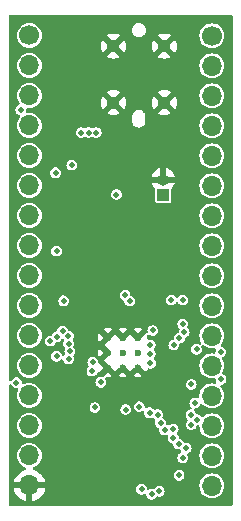
<source format=gbr>
%TF.GenerationSoftware,KiCad,Pcbnew,7.0.5-0*%
%TF.CreationDate,2023-06-29T21:31:29-07:00*%
%TF.ProjectId,PicoROM,5069636f-524f-44d2-9e6b-696361645f70,REV1*%
%TF.SameCoordinates,Original*%
%TF.FileFunction,Copper,L2,Inr*%
%TF.FilePolarity,Positive*%
%FSLAX46Y46*%
G04 Gerber Fmt 4.6, Leading zero omitted, Abs format (unit mm)*
G04 Created by KiCad (PCBNEW 7.0.5-0) date 2023-06-29 21:31:29*
%MOMM*%
%LPD*%
G01*
G04 APERTURE LIST*
%TA.AperFunction,ComponentPad*%
%ADD10C,0.600000*%
%TD*%
%TA.AperFunction,ComponentPad*%
%ADD11C,1.100000*%
%TD*%
%TA.AperFunction,ComponentPad*%
%ADD12R,1.000000X1.000000*%
%TD*%
%TA.AperFunction,ComponentPad*%
%ADD13O,1.000000X1.000000*%
%TD*%
%TA.AperFunction,ComponentPad*%
%ADD14C,1.700000*%
%TD*%
%TA.AperFunction,ComponentPad*%
%ADD15O,1.700000X1.700000*%
%TD*%
%TA.AperFunction,ViaPad*%
%ADD16C,0.500000*%
%TD*%
G04 APERTURE END LIST*
D10*
%TO.N,GND*%
%TO.C,U3*%
X-41580000Y30161500D03*
X-41580000Y28886500D03*
X-41580000Y27611500D03*
X-40305000Y30161500D03*
X-40305000Y28886500D03*
X-40305000Y27611500D03*
X-39030000Y30161500D03*
X-39030000Y28886500D03*
X-39030000Y27611500D03*
%TD*%
D11*
%TO.N,GND*%
%TO.C,J1*%
X-36790000Y54849000D03*
X-41090000Y54849000D03*
X-36790000Y50049000D03*
X-41090000Y50049000D03*
%TD*%
D12*
%TO.N,/~{USB_BOOT}*%
%TO.C,J2*%
X-36885000Y42279000D03*
D13*
%TO.N,GND*%
X-36885000Y43549000D03*
%TD*%
D14*
%TO.N,/+5V*%
%TO.C,J4*%
X-32766000Y55718000D03*
D15*
%TO.N,/A18*%
X-32766000Y53178000D03*
%TO.N,/A17*%
X-32766000Y50638000D03*
%TO.N,/A14*%
X-32766000Y48098000D03*
%TO.N,/A13*%
X-32766000Y45558000D03*
%TO.N,/A8*%
X-32766000Y43018000D03*
%TO.N,/A9*%
X-32766000Y40478000D03*
%TO.N,/A11*%
X-32766000Y37938000D03*
%TO.N,/~{OE}*%
X-32766000Y35398000D03*
%TO.N,/A10*%
X-32766000Y32858000D03*
%TO.N,/~{CE}*%
X-32766000Y30318000D03*
%TO.N,/BUF_D7*%
X-32766000Y27778000D03*
%TO.N,/BUF_D6*%
X-32766000Y25238000D03*
%TO.N,/BUF_D5*%
X-32766000Y22698000D03*
%TO.N,/BUF_D4*%
X-32766000Y20158000D03*
%TO.N,/BUF_D3*%
X-32766000Y17618000D03*
%TD*%
D14*
%TO.N,unconnected-(J3-Pin_1-Pad1)*%
%TO.C,J3*%
X-48205000Y55749000D03*
D15*
%TO.N,/A16*%
X-48205000Y53209000D03*
%TO.N,/A15*%
X-48205000Y50669000D03*
%TO.N,/A12*%
X-48205000Y48129000D03*
%TO.N,/A7*%
X-48205000Y45589000D03*
%TO.N,/A6*%
X-48205000Y43049000D03*
%TO.N,/A5*%
X-48205000Y40509000D03*
%TO.N,/A4*%
X-48205000Y37969000D03*
%TO.N,/A3*%
X-48205000Y35429000D03*
%TO.N,/A2*%
X-48205000Y32889000D03*
%TO.N,/A1*%
X-48205000Y30349000D03*
%TO.N,/A0*%
X-48205000Y27809000D03*
%TO.N,/BUF_D0*%
X-48205000Y25269000D03*
%TO.N,/BUF_D1*%
X-48205000Y22729000D03*
%TO.N,/BUF_D2*%
X-48205000Y20189000D03*
%TO.N,GND*%
X-48205000Y17649000D03*
%TD*%
D16*
%TO.N,/D7*%
X-35230000Y31324000D03*
X-34930000Y20799000D03*
%TO.N,/BUF_D3*%
X-38705000Y17324000D03*
%TO.N,/BUF_D4*%
X-37855000Y16899000D03*
%TO.N,/BUF_D5*%
X-37205000Y17149000D03*
%TO.N,/~{BUF_OE}*%
X-34014870Y23225176D03*
X-35530000Y18499000D03*
%TO.N,/+5V*%
X-34530000Y23624000D03*
%TO.N,/A17*%
X-32005000Y28949000D03*
%TO.N,/BUF_D6*%
X-31980000Y26624000D03*
%TO.N,+3V3*%
X-34505000Y22799000D03*
X-35230000Y19999000D03*
%TO.N,GND*%
X-40005000Y36849000D03*
X-44460000Y54765000D03*
X-40105000Y19974000D03*
X-39399500Y41649000D03*
X-45905000Y26051000D03*
X-41005000Y36849000D03*
X-41605000Y36849000D03*
X-41305000Y21899000D03*
X-45984000Y49558000D03*
X-45305000Y35827000D03*
X-42280000Y17699000D03*
X-33880000Y31274000D03*
X-40205000Y21874000D03*
X-34230000Y17319000D03*
X-45984000Y48288000D03*
X-45412534Y55395233D03*
X-37105000Y35749000D03*
X-45984000Y48923000D03*
X-39305000Y21924000D03*
X-41305000Y26399000D03*
X-44206000Y55400000D03*
X-36205000Y35749000D03*
X-43825000Y54892000D03*
%TO.N,+3V3*%
X-43190000Y47526000D03*
X-35205000Y33349000D03*
X-45305000Y33287000D03*
X-34055000Y29174000D03*
X-36205000Y33349000D03*
X-40105000Y33749000D03*
X-45905000Y28591000D03*
X-43825000Y47526000D03*
X-39705000Y33249000D03*
X-42555000Y47526000D03*
X-40055000Y24074000D03*
%TO.N,/~{USB_BOOT}*%
X-40845000Y42279000D03*
%TO.N,/A16*%
X-38905000Y24324000D03*
%TO.N,/A15*%
X-49305000Y26349000D03*
X-42155000Y26374000D03*
%TO.N,/A7*%
X-44895000Y28369000D03*
%TO.N,/A6*%
X-44788222Y29009665D03*
%TO.N,/A5*%
X-44886941Y29651622D03*
%TO.N,/A4*%
X-45905000Y37489000D03*
%TO.N,/A3*%
X-44907246Y30300807D03*
%TO.N,/A2*%
X-45395966Y30728599D03*
%TO.N,/A1*%
X-45895000Y30229000D03*
%TO.N,/A0*%
X-46435419Y29868721D03*
%TO.N,/D0*%
X-37955000Y27999000D03*
X-38030000Y23799000D03*
%TO.N,/D1*%
X-37980000Y28799000D03*
X-37355000Y23649000D03*
%TO.N,/D2*%
X-37105000Y22949000D03*
X-37980000Y29549000D03*
%TO.N,/A18*%
X-34505000Y26199000D03*
%TO.N,/A17*%
X-34205000Y24624000D03*
%TO.N,/A14*%
X-42655000Y24249000D03*
%TO.N,/A13*%
X-48930000Y49449000D03*
%TO.N,/A8*%
X-44625000Y44769000D03*
%TO.N,/A9*%
X-45995000Y44129000D03*
%TO.N,/A11*%
X-42835000Y28089000D03*
%TO.N,/A10*%
X-42905000Y27329000D03*
%TO.N,/D6*%
X-35105000Y30624000D03*
X-35580000Y21174000D03*
%TO.N,/D5*%
X-36011506Y21659444D03*
X-35510741Y30116824D03*
%TO.N,/D4*%
X-35980000Y29549000D03*
X-36030000Y22424000D03*
%TO.N,/D3*%
X-37755000Y30774000D03*
X-36755000Y22374000D03*
%TD*%
%TA.AperFunction,Conductor*%
%TO.N,GND*%
G36*
X-31059379Y57482498D02*
G01*
X-31012886Y57428842D01*
X-31001500Y57376500D01*
X-31001500Y16065500D01*
X-31021502Y15997379D01*
X-31075158Y15950886D01*
X-31127500Y15939500D01*
X-49832500Y15939500D01*
X-49900621Y15959502D01*
X-49947114Y16013158D01*
X-49958500Y16065500D01*
X-49958500Y17395000D01*
X-49541545Y17395000D01*
X-49493824Y17206551D01*
X-49493821Y17206544D01*
X-49403420Y17000452D01*
X-49280326Y16812042D01*
X-49127903Y16646466D01*
X-48950302Y16508233D01*
X-48950301Y16508232D01*
X-48752372Y16401118D01*
X-48752370Y16401117D01*
X-48539517Y16328045D01*
X-48539508Y16328043D01*
X-48459000Y16314609D01*
X-48459000Y17215326D01*
X-48347315Y17164320D01*
X-48240763Y17149000D01*
X-48169237Y17149000D01*
X-48062685Y17164320D01*
X-47951000Y17215326D01*
X-47951000Y16314610D01*
X-47870493Y16328043D01*
X-47870484Y16328045D01*
X-47657631Y16401117D01*
X-47657629Y16401118D01*
X-47459700Y16508232D01*
X-47459699Y16508233D01*
X-47282098Y16646466D01*
X-47129675Y16812042D01*
X-47006581Y17000452D01*
X-46916180Y17206544D01*
X-46916177Y17206551D01*
X-46886435Y17324000D01*
X-39160133Y17324000D01*
X-39141697Y17195774D01*
X-39087882Y17077937D01*
X-39020742Y17000452D01*
X-39003049Y16980033D01*
X-38916075Y16924138D01*
X-38894069Y16909996D01*
X-38769772Y16873500D01*
X-38769768Y16873500D01*
X-38640232Y16873500D01*
X-38640228Y16873500D01*
X-38515931Y16909996D01*
X-38493925Y16924139D01*
X-38425807Y16944142D01*
X-38357686Y16924141D01*
X-38311192Y16870487D01*
X-38301087Y16836075D01*
X-38291699Y16770780D01*
X-38291698Y16770777D01*
X-38291698Y16770776D01*
X-38291697Y16770774D01*
X-38237882Y16652937D01*
X-38153049Y16555033D01*
X-38044069Y16484996D01*
X-37919772Y16448500D01*
X-37919768Y16448500D01*
X-37790232Y16448500D01*
X-37790228Y16448500D01*
X-37665931Y16484996D01*
X-37556951Y16555033D01*
X-37472118Y16652937D01*
X-37472114Y16652946D01*
X-37467246Y16660519D01*
X-37464374Y16658673D01*
X-37428752Y16699816D01*
X-37360640Y16719847D01*
X-37325096Y16714745D01*
X-37269772Y16698500D01*
X-37269768Y16698500D01*
X-37140232Y16698500D01*
X-37140228Y16698500D01*
X-37015931Y16734996D01*
X-36906951Y16805033D01*
X-36822118Y16902937D01*
X-36768303Y17020774D01*
X-36749867Y17149000D01*
X-36768303Y17277226D01*
X-36822118Y17395063D01*
X-36906951Y17492967D01*
X-36906952Y17492968D01*
X-37015927Y17563002D01*
X-37015930Y17563004D01*
X-37015931Y17563004D01*
X-37063976Y17577111D01*
X-37140224Y17599499D01*
X-37140226Y17599500D01*
X-37140228Y17599500D01*
X-37269772Y17599500D01*
X-37269775Y17599500D01*
X-37269777Y17599499D01*
X-37394067Y17563005D01*
X-37394074Y17563002D01*
X-37503049Y17492968D01*
X-37587884Y17395061D01*
X-37592756Y17387479D01*
X-37595618Y17389318D01*
X-37631337Y17348129D01*
X-37699466Y17328155D01*
X-37734910Y17333258D01*
X-37763239Y17341576D01*
X-37790228Y17349500D01*
X-37919772Y17349500D01*
X-37919775Y17349500D01*
X-37919777Y17349499D01*
X-38044067Y17313005D01*
X-38044073Y17313002D01*
X-38066078Y17298860D01*
X-38134199Y17278859D01*
X-38202320Y17298862D01*
X-38248812Y17352519D01*
X-38258914Y17386924D01*
X-38268303Y17452226D01*
X-38322118Y17570063D01*
X-38363652Y17617997D01*
X-33821583Y17617997D01*
X-33801302Y17412073D01*
X-33801301Y17412067D01*
X-33801300Y17412066D01*
X-33771250Y17313004D01*
X-33741232Y17214046D01*
X-33704360Y17145063D01*
X-33643685Y17031550D01*
X-33512410Y16871590D01*
X-33352450Y16740315D01*
X-33169954Y16642768D01*
X-32971934Y16582700D01*
X-32971930Y16582700D01*
X-32971928Y16582699D01*
X-32766003Y16562417D01*
X-32766000Y16562417D01*
X-32765997Y16562417D01*
X-32560073Y16582699D01*
X-32560072Y16582700D01*
X-32560066Y16582700D01*
X-32362046Y16642768D01*
X-32179550Y16740315D01*
X-32019590Y16871590D01*
X-31888315Y17031550D01*
X-31790768Y17214046D01*
X-31730700Y17412066D01*
X-31726744Y17452225D01*
X-31710417Y17617997D01*
X-31710417Y17618004D01*
X-31730699Y17823928D01*
X-31730700Y17823930D01*
X-31730700Y17823934D01*
X-31790768Y18021954D01*
X-31888315Y18204450D01*
X-32019590Y18364410D01*
X-32179550Y18495685D01*
X-32179552Y18495686D01*
X-32179553Y18495687D01*
X-32362046Y18593232D01*
X-32560073Y18653302D01*
X-32765997Y18673583D01*
X-32766003Y18673583D01*
X-32971928Y18653302D01*
X-33169955Y18593232D01*
X-33352448Y18495687D01*
X-33512410Y18364410D01*
X-33643687Y18204448D01*
X-33741232Y18021955D01*
X-33801302Y17823928D01*
X-33821583Y17618004D01*
X-33821583Y17617997D01*
X-38363652Y17617997D01*
X-38406951Y17667967D01*
X-38406952Y17667968D01*
X-38515927Y17738002D01*
X-38515930Y17738004D01*
X-38515931Y17738004D01*
X-38515934Y17738005D01*
X-38640224Y17774499D01*
X-38640226Y17774500D01*
X-38640228Y17774500D01*
X-38769772Y17774500D01*
X-38769775Y17774500D01*
X-38769777Y17774499D01*
X-38894067Y17738005D01*
X-38894074Y17738002D01*
X-39003049Y17667968D01*
X-39046342Y17618004D01*
X-39087882Y17570063D01*
X-39141697Y17452226D01*
X-39160133Y17324000D01*
X-46886435Y17324000D01*
X-46868456Y17395000D01*
X-47773884Y17395000D01*
X-47745507Y17439156D01*
X-47705000Y17577111D01*
X-47705000Y17720889D01*
X-47745507Y17858844D01*
X-47773884Y17903000D01*
X-46868456Y17903000D01*
X-46868456Y17903001D01*
X-46916177Y18091450D01*
X-46916180Y18091457D01*
X-47006581Y18297549D01*
X-47129675Y18485959D01*
X-47141680Y18499000D01*
X-35985133Y18499000D01*
X-35966697Y18370774D01*
X-35912882Y18252937D01*
X-35828049Y18155033D01*
X-35719069Y18084996D01*
X-35594772Y18048500D01*
X-35594768Y18048500D01*
X-35465232Y18048500D01*
X-35465228Y18048500D01*
X-35340931Y18084996D01*
X-35231951Y18155033D01*
X-35147118Y18252937D01*
X-35093303Y18370774D01*
X-35074867Y18499000D01*
X-35093303Y18627226D01*
X-35147118Y18745063D01*
X-35231951Y18842967D01*
X-35231952Y18842968D01*
X-35340927Y18913002D01*
X-35340930Y18913004D01*
X-35340931Y18913004D01*
X-35340934Y18913005D01*
X-35465224Y18949499D01*
X-35465226Y18949500D01*
X-35465228Y18949500D01*
X-35594772Y18949500D01*
X-35594775Y18949500D01*
X-35594777Y18949499D01*
X-35719067Y18913005D01*
X-35719074Y18913002D01*
X-35828049Y18842968D01*
X-35912883Y18745063D01*
X-35912882Y18745063D01*
X-35966697Y18627226D01*
X-35985133Y18499000D01*
X-47141680Y18499000D01*
X-47282098Y18651535D01*
X-47459699Y18789768D01*
X-47459700Y18789769D01*
X-47657629Y18896883D01*
X-47657632Y18896884D01*
X-47846231Y18961630D01*
X-47904166Y19002667D01*
X-47930718Y19068512D01*
X-47917456Y19138259D01*
X-47868592Y19189764D01*
X-47841895Y19201377D01*
X-47801046Y19213768D01*
X-47618550Y19311315D01*
X-47458590Y19442590D01*
X-47327315Y19602550D01*
X-47229768Y19785046D01*
X-47169700Y19983066D01*
X-47168130Y19999000D01*
X-47149417Y20188997D01*
X-47149417Y20189004D01*
X-47169699Y20394928D01*
X-47169700Y20394930D01*
X-47169700Y20394934D01*
X-47229768Y20592954D01*
X-47327315Y20775450D01*
X-47458590Y20935410D01*
X-47618550Y21066685D01*
X-47618552Y21066686D01*
X-47618553Y21066687D01*
X-47801046Y21164232D01*
X-47860612Y21182301D01*
X-47999066Y21224300D01*
X-47999067Y21224301D01*
X-47999073Y21224302D01*
X-48204997Y21244583D01*
X-48205003Y21244583D01*
X-48410928Y21224302D01*
X-48608955Y21164232D01*
X-48791448Y21066687D01*
X-48951410Y20935410D01*
X-49082687Y20775448D01*
X-49180232Y20592955D01*
X-49240302Y20394928D01*
X-49260583Y20189004D01*
X-49260583Y20188997D01*
X-49240302Y19983073D01*
X-49240301Y19983067D01*
X-49240300Y19983066D01*
X-49180232Y19785046D01*
X-49082685Y19602550D01*
X-48951410Y19442590D01*
X-48791450Y19311315D01*
X-48608954Y19213768D01*
X-48568107Y19201378D01*
X-48508726Y19162464D01*
X-48479810Y19097623D01*
X-48490539Y19027442D01*
X-48537508Y18974202D01*
X-48563769Y18961630D01*
X-48752372Y18896882D01*
X-48950301Y18789769D01*
X-48950302Y18789768D01*
X-49127903Y18651535D01*
X-49280326Y18485959D01*
X-49403420Y18297549D01*
X-49493821Y18091457D01*
X-49493824Y18091450D01*
X-49541545Y17903001D01*
X-49541544Y17903000D01*
X-48636116Y17903000D01*
X-48664493Y17858844D01*
X-48705000Y17720889D01*
X-48705000Y17577111D01*
X-48664493Y17439156D01*
X-48636116Y17395000D01*
X-49541545Y17395000D01*
X-49958500Y17395000D01*
X-49958500Y22728997D01*
X-49260583Y22728997D01*
X-49240302Y22523073D01*
X-49240301Y22523067D01*
X-49240300Y22523066D01*
X-49230898Y22492073D01*
X-49180232Y22325046D01*
X-49101601Y22177938D01*
X-49082685Y22142550D01*
X-48951410Y21982590D01*
X-48791450Y21851315D01*
X-48608954Y21753768D01*
X-48410934Y21693700D01*
X-48410930Y21693700D01*
X-48410928Y21693699D01*
X-48205003Y21673417D01*
X-48205000Y21673417D01*
X-48204997Y21673417D01*
X-47999073Y21693699D01*
X-47999072Y21693700D01*
X-47999066Y21693700D01*
X-47801046Y21753768D01*
X-47618550Y21851315D01*
X-47458590Y21982590D01*
X-47327315Y22142550D01*
X-47229768Y22325046D01*
X-47169700Y22523066D01*
X-47168893Y22531252D01*
X-47149417Y22728997D01*
X-47149417Y22729004D01*
X-47169699Y22934928D01*
X-47169700Y22934930D01*
X-47169700Y22934934D01*
X-47229768Y23132954D01*
X-47327315Y23315450D01*
X-47458590Y23475410D01*
X-47618550Y23606685D01*
X-47618552Y23606686D01*
X-47618553Y23606687D01*
X-47801046Y23704232D01*
X-47886102Y23730033D01*
X-47999066Y23764300D01*
X-47999067Y23764301D01*
X-47999073Y23764302D01*
X-48204997Y23784583D01*
X-48205003Y23784583D01*
X-48410928Y23764302D01*
X-48608955Y23704232D01*
X-48791448Y23606687D01*
X-48951410Y23475410D01*
X-49082687Y23315448D01*
X-49180232Y23132955D01*
X-49240302Y22934928D01*
X-49260583Y22729004D01*
X-49260583Y22728997D01*
X-49958500Y22728997D01*
X-49958500Y26116295D01*
X-49938498Y26184416D01*
X-49884842Y26230909D01*
X-49814568Y26241013D01*
X-49749988Y26211519D01*
X-49717888Y26168639D01*
X-49687882Y26102937D01*
X-49624711Y26030033D01*
X-49603049Y26005033D01*
X-49521988Y25952938D01*
X-49494069Y25934996D01*
X-49369772Y25898500D01*
X-49369768Y25898500D01*
X-49269893Y25898500D01*
X-49201772Y25878498D01*
X-49155279Y25824842D01*
X-49145175Y25754568D01*
X-49158770Y25713107D01*
X-49180231Y25672955D01*
X-49180233Y25672952D01*
X-49240302Y25474928D01*
X-49260583Y25269004D01*
X-49260583Y25268997D01*
X-49240302Y25063073D01*
X-49180232Y24865046D01*
X-49119928Y24752225D01*
X-49082685Y24682550D01*
X-48951410Y24522590D01*
X-48791450Y24391315D01*
X-48608954Y24293768D01*
X-48410934Y24233700D01*
X-48410930Y24233700D01*
X-48410928Y24233699D01*
X-48205003Y24213417D01*
X-48205000Y24213417D01*
X-48204997Y24213417D01*
X-47999073Y24233699D01*
X-47999072Y24233700D01*
X-47999066Y24233700D01*
X-47948628Y24249000D01*
X-43110133Y24249000D01*
X-43091697Y24120774D01*
X-43037882Y24002937D01*
X-42972279Y23927226D01*
X-42953049Y23905033D01*
X-42898635Y23870063D01*
X-42844069Y23834996D01*
X-42719772Y23798500D01*
X-42719768Y23798500D01*
X-42590232Y23798500D01*
X-42590228Y23798500D01*
X-42465931Y23834996D01*
X-42356951Y23905033D01*
X-42272118Y24002937D01*
X-42239664Y24074000D01*
X-40510133Y24074000D01*
X-40491697Y23945774D01*
X-40437882Y23827937D01*
X-40382741Y23764300D01*
X-40353049Y23730033D01*
X-40267306Y23674929D01*
X-40244069Y23659996D01*
X-40119772Y23623500D01*
X-40119768Y23623500D01*
X-39990232Y23623500D01*
X-39990228Y23623500D01*
X-39865931Y23659996D01*
X-39756951Y23730033D01*
X-39672118Y23827937D01*
X-39618303Y23945774D01*
X-39599867Y24074000D01*
X-39618303Y24202226D01*
X-39672118Y24320063D01*
X-39675529Y24324000D01*
X-39360133Y24324000D01*
X-39341697Y24195774D01*
X-39287882Y24077937D01*
X-39222896Y24002938D01*
X-39203049Y23980033D01*
X-39120880Y23927226D01*
X-39094069Y23909996D01*
X-38969772Y23873500D01*
X-38969768Y23873500D01*
X-38840232Y23873500D01*
X-38840228Y23873500D01*
X-38715931Y23909996D01*
X-38676155Y23935559D01*
X-38608036Y23955561D01*
X-38539915Y23935559D01*
X-38493422Y23881904D01*
X-38483317Y23811631D01*
X-38485133Y23799000D01*
X-38466697Y23670774D01*
X-38412882Y23552937D01*
X-38328049Y23455033D01*
X-38219069Y23384996D01*
X-38094772Y23348500D01*
X-38094768Y23348500D01*
X-37965232Y23348500D01*
X-37965228Y23348500D01*
X-37840931Y23384996D01*
X-37840931Y23384997D01*
X-37832284Y23387535D01*
X-37831846Y23386043D01*
X-37771488Y23394722D01*
X-37706907Y23365230D01*
X-37694193Y23352515D01*
X-37653052Y23305034D01*
X-37578381Y23257047D01*
X-37531888Y23203392D01*
X-37521783Y23133118D01*
X-37531887Y23098708D01*
X-37541696Y23077230D01*
X-37541697Y23077227D01*
X-37541697Y23077226D01*
X-37560133Y22949000D01*
X-37541697Y22820774D01*
X-37487882Y22702937D01*
X-37457720Y22668128D01*
X-37403049Y22605033D01*
X-37294069Y22534996D01*
X-37285871Y22531252D01*
X-37286658Y22529531D01*
X-37236357Y22497206D01*
X-37206862Y22432626D01*
X-37206861Y22396762D01*
X-37210133Y22374003D01*
X-37210133Y22374000D01*
X-37191697Y22245774D01*
X-37137882Y22127937D01*
X-37053049Y22030033D01*
X-36944069Y21959996D01*
X-36819772Y21923500D01*
X-36819768Y21923500D01*
X-36690232Y21923500D01*
X-36690228Y21923500D01*
X-36603122Y21949076D01*
X-36532130Y21949076D01*
X-36472404Y21910693D01*
X-36442911Y21846112D01*
X-36446731Y21792685D01*
X-36448202Y21787677D01*
X-36457534Y21722768D01*
X-36466639Y21659444D01*
X-36448203Y21531218D01*
X-36394388Y21413381D01*
X-36309555Y21315477D01*
X-36200575Y21245440D01*
X-36116261Y21220684D01*
X-36056535Y21182301D01*
X-36027042Y21117720D01*
X-36016699Y21045781D01*
X-36016698Y21045777D01*
X-36016698Y21045776D01*
X-36016697Y21045774D01*
X-35962882Y20927937D01*
X-35878049Y20830033D01*
X-35769069Y20759996D01*
X-35644772Y20723500D01*
X-35644768Y20723500D01*
X-35515232Y20723500D01*
X-35515228Y20723500D01*
X-35510253Y20724962D01*
X-35439258Y20724965D01*
X-35379530Y20686584D01*
X-35360136Y20656408D01*
X-35329495Y20589312D01*
X-35319392Y20519038D01*
X-35348885Y20454458D01*
X-35408607Y20416076D01*
X-35419066Y20413005D01*
X-35419074Y20413002D01*
X-35528049Y20342968D01*
X-35583509Y20278962D01*
X-35612882Y20245063D01*
X-35666697Y20127226D01*
X-35685133Y19999000D01*
X-35666697Y19870774D01*
X-35612882Y19752937D01*
X-35528049Y19655033D01*
X-35446389Y19602553D01*
X-35419069Y19584996D01*
X-35294772Y19548500D01*
X-35294768Y19548500D01*
X-35165232Y19548500D01*
X-35165228Y19548500D01*
X-35040931Y19584996D01*
X-34931951Y19655033D01*
X-34847118Y19752937D01*
X-34793303Y19870774D01*
X-34774867Y19999000D01*
X-34793303Y20127226D01*
X-34807356Y20157997D01*
X-33821583Y20157997D01*
X-33801302Y19952073D01*
X-33801301Y19952067D01*
X-33801300Y19952066D01*
X-33741232Y19754046D01*
X-33643685Y19571550D01*
X-33512410Y19411590D01*
X-33352450Y19280315D01*
X-33169954Y19182768D01*
X-32971934Y19122700D01*
X-32971930Y19122700D01*
X-32971928Y19122699D01*
X-32766003Y19102417D01*
X-32766000Y19102417D01*
X-32765997Y19102417D01*
X-32560073Y19122699D01*
X-32560072Y19122700D01*
X-32560066Y19122700D01*
X-32362046Y19182768D01*
X-32179550Y19280315D01*
X-32019590Y19411590D01*
X-31888315Y19571550D01*
X-31790768Y19754046D01*
X-31730700Y19952066D01*
X-31727646Y19983066D01*
X-31710417Y20157997D01*
X-31710417Y20158004D01*
X-31730699Y20363928D01*
X-31730700Y20363930D01*
X-31730700Y20363934D01*
X-31790768Y20561954D01*
X-31888315Y20744450D01*
X-32019590Y20904410D01*
X-32179550Y21035685D01*
X-32179552Y21035686D01*
X-32179553Y21035687D01*
X-32362046Y21133232D01*
X-32560073Y21193302D01*
X-32765997Y21213583D01*
X-32766003Y21213583D01*
X-32971928Y21193302D01*
X-33169955Y21133232D01*
X-33352448Y21035687D01*
X-33512410Y20904410D01*
X-33643687Y20744448D01*
X-33741232Y20561955D01*
X-33801302Y20363928D01*
X-33821583Y20158004D01*
X-33821583Y20157997D01*
X-34807356Y20157997D01*
X-34830507Y20208689D01*
X-34840610Y20278962D01*
X-34811117Y20343542D01*
X-34751393Y20381925D01*
X-34740931Y20384996D01*
X-34631951Y20455033D01*
X-34547118Y20552937D01*
X-34493303Y20670774D01*
X-34474867Y20799000D01*
X-34493303Y20927226D01*
X-34547118Y21045063D01*
X-34631951Y21142967D01*
X-34631952Y21142968D01*
X-34740927Y21213002D01*
X-34740930Y21213004D01*
X-34740931Y21213004D01*
X-34767087Y21220684D01*
X-34865224Y21249499D01*
X-34865226Y21249500D01*
X-34865228Y21249500D01*
X-34994772Y21249500D01*
X-34994774Y21249500D01*
X-34994780Y21249499D01*
X-34999757Y21248037D01*
X-35070754Y21248039D01*
X-35130478Y21286425D01*
X-35149861Y21316586D01*
X-35197118Y21420063D01*
X-35281951Y21517967D01*
X-35281952Y21517968D01*
X-35390927Y21588002D01*
X-35390929Y21588003D01*
X-35390931Y21588004D01*
X-35454324Y21606618D01*
X-35475247Y21612761D01*
X-35534973Y21651145D01*
X-35564465Y21715724D01*
X-35574809Y21787670D01*
X-35628624Y21905507D01*
X-35684406Y21969884D01*
X-35713898Y22034463D01*
X-35703793Y22104737D01*
X-35684408Y22134902D01*
X-35647118Y22177937D01*
X-35593303Y22295774D01*
X-35574867Y22424000D01*
X-35593303Y22552226D01*
X-35647118Y22670063D01*
X-35731951Y22767967D01*
X-35731952Y22767968D01*
X-35840927Y22838002D01*
X-35840930Y22838004D01*
X-35840931Y22838004D01*
X-35840934Y22838005D01*
X-35965224Y22874499D01*
X-35965226Y22874500D01*
X-35965228Y22874500D01*
X-36094772Y22874500D01*
X-36094775Y22874500D01*
X-36094777Y22874499D01*
X-36219067Y22838005D01*
X-36219074Y22838002D01*
X-36328052Y22767967D01*
X-36328054Y22767965D01*
X-36330495Y22765147D01*
X-36333629Y22763134D01*
X-36334863Y22762064D01*
X-36335017Y22762242D01*
X-36390224Y22726769D01*
X-36461221Y22726775D01*
X-36493832Y22741670D01*
X-36565926Y22788002D01*
X-36574126Y22791746D01*
X-36573341Y22793466D01*
X-36623652Y22825804D01*
X-36653141Y22890387D01*
X-36653139Y22926243D01*
X-36652998Y22927226D01*
X-36649867Y22949000D01*
X-36668303Y23077226D01*
X-36722118Y23195063D01*
X-36806951Y23292967D01*
X-36806952Y23292968D01*
X-36881620Y23340954D01*
X-36928113Y23394609D01*
X-36938218Y23464883D01*
X-36928114Y23499293D01*
X-36918303Y23520774D01*
X-36903461Y23624000D01*
X-34985133Y23624000D01*
X-34966697Y23495774D01*
X-34912882Y23377937D01*
X-34876945Y23336463D01*
X-34827662Y23279585D01*
X-34798170Y23215003D01*
X-34808275Y23144730D01*
X-34827662Y23114564D01*
X-34887881Y23045066D01*
X-34887881Y23045065D01*
X-34887882Y23045064D01*
X-34887882Y23045063D01*
X-34941697Y22927226D01*
X-34960133Y22799000D01*
X-34941697Y22670774D01*
X-34887882Y22552937D01*
X-34803049Y22455033D01*
X-34712378Y22396762D01*
X-34694069Y22384996D01*
X-34569772Y22348500D01*
X-34569768Y22348500D01*
X-34440232Y22348500D01*
X-34440228Y22348500D01*
X-34315931Y22384996D01*
X-34206951Y22455033D01*
X-34122118Y22552937D01*
X-34068303Y22670774D01*
X-34068303Y22670780D01*
X-34065764Y22679422D01*
X-34063373Y22678720D01*
X-34039400Y22731198D01*
X-33979670Y22769576D01*
X-33944184Y22774676D01*
X-33943335Y22774676D01*
X-33875214Y22754674D01*
X-33828721Y22701018D01*
X-33817942Y22661026D01*
X-33801302Y22492073D01*
X-33741232Y22294046D01*
X-33679171Y22177938D01*
X-33643685Y22111550D01*
X-33512410Y21951590D01*
X-33352450Y21820315D01*
X-33169954Y21722768D01*
X-32971934Y21662700D01*
X-32971930Y21662700D01*
X-32971928Y21662699D01*
X-32766003Y21642417D01*
X-32766000Y21642417D01*
X-32765997Y21642417D01*
X-32560073Y21662699D01*
X-32560072Y21662700D01*
X-32560066Y21662700D01*
X-32362046Y21722768D01*
X-32179550Y21820315D01*
X-32019590Y21951590D01*
X-31888315Y22111550D01*
X-31790768Y22294046D01*
X-31730700Y22492066D01*
X-31730193Y22497206D01*
X-31710417Y22697997D01*
X-31710417Y22698004D01*
X-31730699Y22903928D01*
X-31730700Y22903930D01*
X-31730700Y22903934D01*
X-31790768Y23101954D01*
X-31888315Y23284450D01*
X-32019590Y23444410D01*
X-32179550Y23575685D01*
X-32179552Y23575686D01*
X-32179553Y23575687D01*
X-32362046Y23673232D01*
X-32370103Y23675676D01*
X-32560066Y23733300D01*
X-32560067Y23733301D01*
X-32560073Y23733302D01*
X-32765997Y23753583D01*
X-32766003Y23753583D01*
X-32971928Y23733302D01*
X-33169955Y23673232D01*
X-33352449Y23575686D01*
X-33352453Y23575684D01*
X-33473883Y23476030D01*
X-33539230Y23448277D01*
X-33609208Y23460259D01*
X-33649041Y23490919D01*
X-33653248Y23495774D01*
X-33716821Y23569143D01*
X-33716822Y23569144D01*
X-33825797Y23639178D01*
X-33825800Y23639180D01*
X-33825801Y23639180D01*
X-33825804Y23639181D01*
X-33950094Y23675675D01*
X-33950096Y23675676D01*
X-33950098Y23675676D01*
X-33977369Y23675676D01*
X-34045490Y23695678D01*
X-34091983Y23749334D01*
X-34093303Y23752225D01*
X-34093303Y23752226D01*
X-34147118Y23870063D01*
X-34212721Y23945774D01*
X-34229370Y23964989D01*
X-34258862Y24029570D01*
X-34248757Y24099844D01*
X-34202263Y24153499D01*
X-34148719Y24169221D01*
X-34149149Y24172218D01*
X-34140238Y24173500D01*
X-34140228Y24173500D01*
X-34015931Y24209996D01*
X-33906951Y24280033D01*
X-33822118Y24377937D01*
X-33768303Y24495774D01*
X-33768303Y24495778D01*
X-33764560Y24503972D01*
X-33762823Y24503179D01*
X-33730531Y24553430D01*
X-33665952Y24582927D01*
X-33595677Y24572826D01*
X-33550614Y24538142D01*
X-33512413Y24491592D01*
X-33464445Y24452226D01*
X-33352450Y24360315D01*
X-33169954Y24262768D01*
X-32971934Y24202700D01*
X-32971930Y24202700D01*
X-32971928Y24202699D01*
X-32766003Y24182417D01*
X-32766000Y24182417D01*
X-32765997Y24182417D01*
X-32560073Y24202699D01*
X-32560072Y24202700D01*
X-32560066Y24202700D01*
X-32362046Y24262768D01*
X-32179550Y24360315D01*
X-32019590Y24491590D01*
X-31888315Y24651550D01*
X-31790768Y24834046D01*
X-31730700Y25032066D01*
X-31727646Y25063066D01*
X-31710417Y25237997D01*
X-31710417Y25238004D01*
X-31730699Y25443928D01*
X-31730700Y25443930D01*
X-31730700Y25443934D01*
X-31790768Y25641954D01*
X-31888315Y25824450D01*
X-32005769Y25967569D01*
X-32033521Y26032914D01*
X-32021539Y26102892D01*
X-31973626Y26155284D01*
X-31923718Y26169216D01*
X-31924149Y26172218D01*
X-31915238Y26173500D01*
X-31915228Y26173500D01*
X-31790931Y26209996D01*
X-31681951Y26280033D01*
X-31597118Y26377937D01*
X-31543303Y26495774D01*
X-31524867Y26624000D01*
X-31543303Y26752226D01*
X-31597118Y26870063D01*
X-31681951Y26967967D01*
X-31681952Y26967968D01*
X-31790927Y27038002D01*
X-31790936Y27038006D01*
X-31797382Y27039898D01*
X-31857109Y27078281D01*
X-31886602Y27142861D01*
X-31876499Y27213135D01*
X-31873021Y27220165D01*
X-31790768Y27374046D01*
X-31730700Y27572066D01*
X-31728955Y27589775D01*
X-31710417Y27777997D01*
X-31710417Y27778004D01*
X-31730699Y27983928D01*
X-31730700Y27983930D01*
X-31730700Y27983934D01*
X-31790768Y28181954D01*
X-31884254Y28356853D01*
X-31898725Y28426354D01*
X-31873322Y28492650D01*
X-31823288Y28529415D01*
X-31824127Y28531254D01*
X-31815939Y28534994D01*
X-31815931Y28534996D01*
X-31706951Y28605033D01*
X-31622118Y28702937D01*
X-31568303Y28820774D01*
X-31549867Y28949000D01*
X-31568303Y29077226D01*
X-31622118Y29195063D01*
X-31706951Y29292967D01*
X-31706952Y29292968D01*
X-31815927Y29363002D01*
X-31815930Y29363004D01*
X-31815931Y29363004D01*
X-31852591Y29373768D01*
X-31935293Y29398051D01*
X-31995019Y29436434D01*
X-32024512Y29501015D01*
X-32014409Y29571289D01*
X-31997194Y29598880D01*
X-31994149Y29602590D01*
X-31888315Y29731550D01*
X-31790768Y29914046D01*
X-31730700Y30112066D01*
X-31727646Y30143066D01*
X-31710417Y30317997D01*
X-31710417Y30318004D01*
X-31730699Y30523928D01*
X-31730700Y30523930D01*
X-31730700Y30523934D01*
X-31790768Y30721954D01*
X-31888315Y30904450D01*
X-32019590Y31064410D01*
X-32179550Y31195685D01*
X-32179552Y31195686D01*
X-32179553Y31195687D01*
X-32362046Y31293232D01*
X-32560073Y31353302D01*
X-32765997Y31373583D01*
X-32766003Y31373583D01*
X-32971928Y31353302D01*
X-33169955Y31293232D01*
X-33352448Y31195687D01*
X-33512410Y31064410D01*
X-33643687Y30904448D01*
X-33741232Y30721955D01*
X-33801302Y30523928D01*
X-33821583Y30318004D01*
X-33821583Y30317997D01*
X-33801302Y30112073D01*
X-33801301Y30112067D01*
X-33801300Y30112066D01*
X-33741232Y29914046D01*
X-33668781Y29778500D01*
X-33640767Y29726091D01*
X-33642194Y29725329D01*
X-33623327Y29665084D01*
X-33642108Y29596616D01*
X-33694924Y29549171D01*
X-33765006Y29537813D01*
X-33817427Y29556833D01*
X-33865927Y29588002D01*
X-33865930Y29588004D01*
X-33865931Y29588004D01*
X-33902972Y29598880D01*
X-33990224Y29624499D01*
X-33990226Y29624500D01*
X-33990228Y29624500D01*
X-34119772Y29624500D01*
X-34119775Y29624500D01*
X-34119777Y29624499D01*
X-34244067Y29588005D01*
X-34244074Y29588002D01*
X-34353049Y29517968D01*
X-34406996Y29455708D01*
X-34437882Y29420063D01*
X-34491697Y29302226D01*
X-34510133Y29174000D01*
X-34491697Y29045774D01*
X-34437882Y28927937D01*
X-34382986Y28864583D01*
X-34353049Y28830033D01*
X-34281598Y28784114D01*
X-34244069Y28759996D01*
X-34119772Y28723500D01*
X-34119768Y28723500D01*
X-33990232Y28723500D01*
X-33990228Y28723500D01*
X-33865931Y28759996D01*
X-33756951Y28830033D01*
X-33672118Y28927937D01*
X-33618303Y29045774D01*
X-33599867Y29174000D01*
X-33618303Y29302226D01*
X-33652538Y29377188D01*
X-33662642Y29447461D01*
X-33633149Y29512042D01*
X-33573423Y29550426D01*
X-33502426Y29550426D01*
X-33457992Y29526931D01*
X-33352450Y29440315D01*
X-33169954Y29342768D01*
X-32971934Y29282700D01*
X-32971930Y29282700D01*
X-32971928Y29282699D01*
X-32766003Y29262417D01*
X-32766000Y29262417D01*
X-32765997Y29262417D01*
X-32555801Y29283120D01*
X-32486048Y29269892D01*
X-32434520Y29221052D01*
X-32417576Y29152106D01*
X-32428837Y29105385D01*
X-32441697Y29077227D01*
X-32443958Y29061500D01*
X-32459929Y28950413D01*
X-32460133Y28948997D01*
X-32460133Y28942478D01*
X-32480135Y28874357D01*
X-32533791Y28827864D01*
X-32598483Y28817085D01*
X-32765997Y28833583D01*
X-32766003Y28833583D01*
X-32971928Y28813302D01*
X-33169955Y28753232D01*
X-33352448Y28655687D01*
X-33512410Y28524410D01*
X-33643687Y28364448D01*
X-33741232Y28181955D01*
X-33801302Y27983928D01*
X-33821583Y27778004D01*
X-33821583Y27777997D01*
X-33801302Y27572073D01*
X-33741232Y27374046D01*
X-33648616Y27200774D01*
X-33643685Y27191550D01*
X-33512410Y27031590D01*
X-33352450Y26900315D01*
X-33169954Y26802768D01*
X-32971934Y26742700D01*
X-32971930Y26742700D01*
X-32971928Y26742699D01*
X-32766003Y26722417D01*
X-32766000Y26722417D01*
X-32765997Y26722417D01*
X-32573483Y26741378D01*
X-32503730Y26728150D01*
X-32452202Y26679309D01*
X-32439576Y26632466D01*
X-32436415Y26632920D01*
X-32435133Y26624002D01*
X-32435133Y26624000D01*
X-32416697Y26495776D01*
X-32416697Y26495774D01*
X-32391683Y26441001D01*
X-32381580Y26370727D01*
X-32411073Y26306146D01*
X-32470799Y26267763D01*
X-32541796Y26267763D01*
X-32542871Y26268084D01*
X-32560071Y26273302D01*
X-32765997Y26293583D01*
X-32766003Y26293583D01*
X-32971928Y26273302D01*
X-33169955Y26213232D01*
X-33352448Y26115687D01*
X-33512410Y25984410D01*
X-33643687Y25824448D01*
X-33741232Y25641955D01*
X-33801302Y25443928D01*
X-33821583Y25238004D01*
X-33821583Y25237997D01*
X-33812942Y25150263D01*
X-33826170Y25080510D01*
X-33875011Y25028982D01*
X-33943956Y25012038D01*
X-34006452Y25031913D01*
X-34015925Y25038001D01*
X-34015930Y25038003D01*
X-34015931Y25038004D01*
X-34101310Y25063073D01*
X-34140224Y25074499D01*
X-34140226Y25074500D01*
X-34140228Y25074500D01*
X-34269772Y25074500D01*
X-34269775Y25074500D01*
X-34269777Y25074499D01*
X-34394067Y25038005D01*
X-34394074Y25038002D01*
X-34503049Y24967968D01*
X-34587882Y24870063D01*
X-34641697Y24752226D01*
X-34660133Y24624000D01*
X-34641697Y24495774D01*
X-34587882Y24377937D01*
X-34541147Y24324001D01*
X-34505630Y24283011D01*
X-34476138Y24218430D01*
X-34486243Y24148156D01*
X-34532737Y24094501D01*
X-34586282Y24078780D01*
X-34585851Y24075782D01*
X-34594770Y24074500D01*
X-34594772Y24074500D01*
X-34594774Y24074500D01*
X-34594777Y24074499D01*
X-34719067Y24038005D01*
X-34719074Y24038002D01*
X-34828049Y23967968D01*
X-34882581Y23905033D01*
X-34912882Y23870063D01*
X-34966697Y23752226D01*
X-34985133Y23624000D01*
X-36903461Y23624000D01*
X-36899867Y23649000D01*
X-36918303Y23777226D01*
X-36972118Y23895063D01*
X-37056951Y23992967D01*
X-37056952Y23992968D01*
X-37165927Y24063002D01*
X-37165930Y24063004D01*
X-37165931Y24063004D01*
X-37165934Y24063005D01*
X-37290224Y24099499D01*
X-37290226Y24099500D01*
X-37290228Y24099500D01*
X-37419772Y24099500D01*
X-37419774Y24099500D01*
X-37419779Y24099499D01*
X-37552716Y24060466D01*
X-37553154Y24061957D01*
X-37613525Y24053281D01*
X-37678104Y24082780D01*
X-37690808Y24095486D01*
X-37731949Y24142967D01*
X-37840927Y24213002D01*
X-37840930Y24213004D01*
X-37840931Y24213004D01*
X-37840934Y24213005D01*
X-37965224Y24249499D01*
X-37965226Y24249500D01*
X-37965228Y24249500D01*
X-38094772Y24249500D01*
X-38094775Y24249500D01*
X-38094777Y24249499D01*
X-38219067Y24213005D01*
X-38219073Y24213002D01*
X-38258847Y24187441D01*
X-38326968Y24167440D01*
X-38395089Y24187443D01*
X-38441581Y24241100D01*
X-38451683Y24311372D01*
X-38449867Y24324000D01*
X-38468303Y24452226D01*
X-38522118Y24570063D01*
X-38606951Y24667967D01*
X-38606952Y24667968D01*
X-38715927Y24738002D01*
X-38715930Y24738004D01*
X-38715931Y24738004D01*
X-38764364Y24752225D01*
X-38840224Y24774499D01*
X-38840226Y24774500D01*
X-38840228Y24774500D01*
X-38969772Y24774500D01*
X-38969775Y24774500D01*
X-38969777Y24774499D01*
X-39094067Y24738005D01*
X-39094074Y24738002D01*
X-39203049Y24667968D01*
X-39285488Y24572826D01*
X-39287882Y24570063D01*
X-39341697Y24452226D01*
X-39360133Y24324000D01*
X-39675529Y24324000D01*
X-39756951Y24417967D01*
X-39756952Y24417968D01*
X-39865927Y24488002D01*
X-39865930Y24488004D01*
X-39865931Y24488004D01*
X-39878147Y24491591D01*
X-39990224Y24524499D01*
X-39990226Y24524500D01*
X-39990228Y24524500D01*
X-40119772Y24524500D01*
X-40119775Y24524500D01*
X-40119777Y24524499D01*
X-40244067Y24488005D01*
X-40244074Y24488002D01*
X-40353049Y24417968D01*
X-40376143Y24391315D01*
X-40437882Y24320063D01*
X-40491697Y24202226D01*
X-40510133Y24074000D01*
X-42239664Y24074000D01*
X-42218303Y24120774D01*
X-42199867Y24249000D01*
X-42218303Y24377226D01*
X-42272118Y24495063D01*
X-42356951Y24592967D01*
X-42356952Y24592968D01*
X-42465927Y24663002D01*
X-42465930Y24663004D01*
X-42465931Y24663004D01*
X-42465934Y24663005D01*
X-42590224Y24699499D01*
X-42590226Y24699500D01*
X-42590228Y24699500D01*
X-42719772Y24699500D01*
X-42719775Y24699500D01*
X-42719777Y24699499D01*
X-42844067Y24663005D01*
X-42844074Y24663002D01*
X-42953049Y24592968D01*
X-43030850Y24503179D01*
X-43037882Y24495063D01*
X-43091697Y24377226D01*
X-43110133Y24249000D01*
X-47948628Y24249000D01*
X-47801046Y24293768D01*
X-47618550Y24391315D01*
X-47458590Y24522590D01*
X-47327315Y24682550D01*
X-47229768Y24865046D01*
X-47169700Y25063066D01*
X-47161111Y25150263D01*
X-47149417Y25268997D01*
X-47149417Y25269004D01*
X-47169699Y25474928D01*
X-47169700Y25474930D01*
X-47169700Y25474934D01*
X-47229768Y25672954D01*
X-47327315Y25855450D01*
X-47458590Y26015410D01*
X-47618550Y26146685D01*
X-47618552Y26146686D01*
X-47618553Y26146687D01*
X-47801046Y26244232D01*
X-47878618Y26267763D01*
X-47999066Y26304300D01*
X-47999067Y26304301D01*
X-47999073Y26304302D01*
X-48204997Y26324583D01*
X-48205003Y26324583D01*
X-48410928Y26304302D01*
X-48608953Y26244233D01*
X-48666701Y26213366D01*
X-48736207Y26198895D01*
X-48802503Y26224299D01*
X-48844540Y26281513D01*
X-48850813Y26342423D01*
X-48849867Y26349000D01*
X-48853461Y26374000D01*
X-42610133Y26374000D01*
X-42591697Y26245774D01*
X-42537882Y26127937D01*
X-42453049Y26030033D01*
X-42344069Y25959996D01*
X-42219772Y25923500D01*
X-42219768Y25923500D01*
X-42090232Y25923500D01*
X-42090228Y25923500D01*
X-41965931Y25959996D01*
X-41856951Y26030033D01*
X-41772118Y26127937D01*
X-41739664Y26199000D01*
X-34960133Y26199000D01*
X-34941697Y26070774D01*
X-34887882Y25952937D01*
X-34803049Y25855033D01*
X-34694069Y25784996D01*
X-34569772Y25748500D01*
X-34569768Y25748500D01*
X-34440232Y25748500D01*
X-34440228Y25748500D01*
X-34315931Y25784996D01*
X-34206951Y25855033D01*
X-34122118Y25952937D01*
X-34068303Y26070774D01*
X-34049867Y26199000D01*
X-34068303Y26327226D01*
X-34122118Y26445063D01*
X-34206951Y26542967D01*
X-34206952Y26542968D01*
X-34315927Y26613002D01*
X-34315930Y26613004D01*
X-34315931Y26613004D01*
X-34339972Y26620063D01*
X-34440224Y26649499D01*
X-34440226Y26649500D01*
X-34440228Y26649500D01*
X-34569772Y26649500D01*
X-34569775Y26649500D01*
X-34569777Y26649499D01*
X-34694067Y26613005D01*
X-34694074Y26613002D01*
X-34803049Y26542968D01*
X-34878660Y26455706D01*
X-34887882Y26445063D01*
X-34934755Y26342425D01*
X-34941697Y26327225D01*
X-34958067Y26213366D01*
X-34960133Y26199000D01*
X-41739664Y26199000D01*
X-41718303Y26245774D01*
X-41699867Y26374000D01*
X-41718303Y26502226D01*
X-41772118Y26620063D01*
X-41772120Y26620065D01*
X-41775862Y26628260D01*
X-41772374Y26629854D01*
X-41787346Y26680570D01*
X-41767444Y26748720D01*
X-41713856Y26795292D01*
X-41647239Y26805963D01*
X-41580000Y26798388D01*
X-41399071Y26818773D01*
X-41399063Y26818774D01*
X-41227201Y26878912D01*
X-41214565Y26886853D01*
X-40670437Y26886853D01*
X-40657800Y26878913D01*
X-40657799Y26878912D01*
X-40485938Y26818774D01*
X-40485930Y26818773D01*
X-40305001Y26798388D01*
X-40124071Y26818773D01*
X-40124063Y26818774D01*
X-39952201Y26878912D01*
X-39939565Y26886853D01*
X-39395437Y26886853D01*
X-39382800Y26878913D01*
X-39382799Y26878912D01*
X-39210938Y26818774D01*
X-39210930Y26818773D01*
X-39030001Y26798388D01*
X-38849071Y26818773D01*
X-38849063Y26818774D01*
X-38677201Y26878912D01*
X-38664565Y26886853D01*
X-38664564Y26886854D01*
X-39030000Y27252290D01*
X-39030001Y27252290D01*
X-39395437Y26886855D01*
X-39395437Y26886853D01*
X-39939565Y26886853D01*
X-39939564Y26886854D01*
X-40305000Y27252290D01*
X-40305001Y27252290D01*
X-40670437Y26886855D01*
X-40670437Y26886853D01*
X-41214565Y26886853D01*
X-41214564Y26886854D01*
X-41580000Y27252290D01*
X-41973640Y26858651D01*
X-42035952Y26824626D01*
X-42080879Y26826215D01*
X-42081309Y26823217D01*
X-42090225Y26824499D01*
X-42090228Y26824500D01*
X-42219772Y26824500D01*
X-42219775Y26824500D01*
X-42219777Y26824499D01*
X-42344067Y26788005D01*
X-42344074Y26788002D01*
X-42453049Y26717968D01*
X-42486546Y26679309D01*
X-42537882Y26620063D01*
X-42591697Y26502226D01*
X-42610133Y26374000D01*
X-48853461Y26374000D01*
X-48868303Y26477226D01*
X-48922118Y26595063D01*
X-49006951Y26692967D01*
X-49006952Y26692968D01*
X-49115927Y26763002D01*
X-49115930Y26763004D01*
X-49115931Y26763004D01*
X-49115934Y26763005D01*
X-49240224Y26799499D01*
X-49240226Y26799500D01*
X-49240228Y26799500D01*
X-49369772Y26799500D01*
X-49369775Y26799500D01*
X-49369777Y26799499D01*
X-49494067Y26763005D01*
X-49494074Y26763002D01*
X-49603049Y26692968D01*
X-49687884Y26595061D01*
X-49687885Y26595060D01*
X-49717887Y26529363D01*
X-49764380Y26475708D01*
X-49832501Y26455706D01*
X-49900621Y26475708D01*
X-49947114Y26529364D01*
X-49958500Y26581706D01*
X-49958500Y27808997D01*
X-49260583Y27808997D01*
X-49240302Y27603073D01*
X-49240301Y27603067D01*
X-49240300Y27603066D01*
X-49231805Y27575063D01*
X-49180232Y27405046D01*
X-49097977Y27251158D01*
X-49082685Y27222550D01*
X-48951410Y27062590D01*
X-48791450Y26931315D01*
X-48608954Y26833768D01*
X-48410934Y26773700D01*
X-48410930Y26773700D01*
X-48410928Y26773699D01*
X-48205003Y26753417D01*
X-48205000Y26753417D01*
X-48204997Y26753417D01*
X-47999073Y26773699D01*
X-47999072Y26773700D01*
X-47999066Y26773700D01*
X-47801046Y26833768D01*
X-47618550Y26931315D01*
X-47458590Y27062590D01*
X-47327315Y27222550D01*
X-47270416Y27329000D01*
X-43360133Y27329000D01*
X-43341697Y27200774D01*
X-43287882Y27082937D01*
X-43248946Y27038002D01*
X-43203049Y26985033D01*
X-43119461Y26931314D01*
X-43094069Y26914996D01*
X-42969772Y26878500D01*
X-42969768Y26878500D01*
X-42840232Y26878500D01*
X-42840228Y26878500D01*
X-42715931Y26914996D01*
X-42606951Y26985033D01*
X-42522118Y27082937D01*
X-42478569Y27178296D01*
X-42432078Y27231949D01*
X-42363958Y27251951D01*
X-42349846Y27251158D01*
X-42304648Y27246064D01*
X-41939212Y27611500D01*
X-41960937Y27633225D01*
X-41758923Y27633225D01*
X-41748525Y27547587D01*
X-41699519Y27476591D01*
X-41623134Y27436500D01*
X-41558753Y27436500D01*
X-41496240Y27451908D01*
X-41431668Y27509114D01*
X-41401077Y27589775D01*
X-41411475Y27675413D01*
X-41460481Y27746409D01*
X-41536866Y27786500D01*
X-41601247Y27786500D01*
X-41663760Y27771092D01*
X-41728332Y27713886D01*
X-41758923Y27633225D01*
X-41960937Y27633225D01*
X-42344026Y28016314D01*
X-42378051Y28078627D01*
X-42379649Y28087479D01*
X-42379868Y28088998D01*
X-42379867Y28089000D01*
X-42398303Y28217226D01*
X-42412814Y28249000D01*
X-41858290Y28249000D01*
X-40942501Y27333211D01*
X-40942500Y27333211D01*
X-40642486Y27633225D01*
X-40483923Y27633225D01*
X-40473525Y27547587D01*
X-40424519Y27476591D01*
X-40348134Y27436500D01*
X-40283753Y27436500D01*
X-40221240Y27451908D01*
X-40156668Y27509114D01*
X-40126077Y27589775D01*
X-40136475Y27675413D01*
X-40185481Y27746409D01*
X-40261866Y27786500D01*
X-40326247Y27786500D01*
X-40388760Y27771092D01*
X-40453332Y27713886D01*
X-40483923Y27633225D01*
X-40642486Y27633225D01*
X-40394096Y27881615D01*
X-40331784Y27915641D01*
X-40260969Y27910576D01*
X-40215906Y27881616D01*
X-39667501Y27333212D01*
X-39367487Y27633225D01*
X-39208923Y27633225D01*
X-39198525Y27547587D01*
X-39149519Y27476591D01*
X-39073134Y27436500D01*
X-39008753Y27436500D01*
X-38946240Y27451908D01*
X-38881668Y27509114D01*
X-38851077Y27589775D01*
X-38861475Y27675413D01*
X-38910481Y27746409D01*
X-38986866Y27786500D01*
X-39051247Y27786500D01*
X-39113760Y27771092D01*
X-39178332Y27713886D01*
X-39208923Y27633225D01*
X-39367487Y27633225D01*
X-39119097Y27881615D01*
X-39056784Y27915640D01*
X-38985969Y27910576D01*
X-38940906Y27881616D01*
X-38305354Y27246064D01*
X-38305353Y27246065D01*
X-38297412Y27258701D01*
X-38237274Y27430563D01*
X-38237272Y27430572D01*
X-38234239Y27457495D01*
X-38206737Y27522948D01*
X-38148214Y27563143D01*
X-38077251Y27565316D01*
X-38073594Y27564304D01*
X-38019772Y27548500D01*
X-38019768Y27548500D01*
X-37890232Y27548500D01*
X-37890228Y27548500D01*
X-37765931Y27584996D01*
X-37656951Y27655033D01*
X-37572118Y27752937D01*
X-37518303Y27870774D01*
X-37499867Y27999000D01*
X-37518303Y28127226D01*
X-37572118Y28245063D01*
X-37572120Y28245066D01*
X-37646508Y28330916D01*
X-37676001Y28395497D01*
X-37665896Y28465771D01*
X-37646512Y28495933D01*
X-37597118Y28552937D01*
X-37543303Y28670774D01*
X-37524867Y28799000D01*
X-37543303Y28927226D01*
X-37597118Y29045063D01*
X-37597120Y29045066D01*
X-37637346Y29091490D01*
X-37666839Y29156071D01*
X-37656734Y29226345D01*
X-37637351Y29256506D01*
X-37597118Y29302937D01*
X-37543303Y29420774D01*
X-37524867Y29549000D01*
X-36435133Y29549000D01*
X-36416697Y29420774D01*
X-36362882Y29302937D01*
X-36291929Y29221052D01*
X-36278049Y29205033D01*
X-36173576Y29137892D01*
X-36169069Y29134996D01*
X-36044772Y29098500D01*
X-36044768Y29098500D01*
X-35915232Y29098500D01*
X-35915228Y29098500D01*
X-35790931Y29134996D01*
X-35681951Y29205033D01*
X-35597118Y29302937D01*
X-35543303Y29420774D01*
X-35524867Y29549000D01*
X-35524868Y29549002D01*
X-35523585Y29557920D01*
X-35522256Y29557729D01*
X-35504865Y29616957D01*
X-35451209Y29663450D01*
X-35434371Y29669730D01*
X-35321672Y29702820D01*
X-35212692Y29772857D01*
X-35127859Y29870761D01*
X-35074044Y29988598D01*
X-35059302Y30091136D01*
X-35029810Y30155713D01*
X-34970088Y30194095D01*
X-34915931Y30209996D01*
X-34806951Y30280033D01*
X-34722118Y30377937D01*
X-34668303Y30495774D01*
X-34649867Y30624000D01*
X-34668303Y30752226D01*
X-34722118Y30870063D01*
X-34806951Y30967967D01*
X-34806952Y30967968D01*
X-34812853Y30974778D01*
X-34810029Y30977226D01*
X-34838843Y31022149D01*
X-34838781Y31093145D01*
X-34832529Y31109883D01*
X-34828837Y31117967D01*
X-34793303Y31195774D01*
X-34774867Y31324000D01*
X-34793303Y31452226D01*
X-34847118Y31570063D01*
X-34931951Y31667967D01*
X-34931952Y31667968D01*
X-35040927Y31738002D01*
X-35040930Y31738004D01*
X-35040931Y31738004D01*
X-35040934Y31738005D01*
X-35165224Y31774499D01*
X-35165226Y31774500D01*
X-35165228Y31774500D01*
X-35294772Y31774500D01*
X-35294775Y31774500D01*
X-35294777Y31774499D01*
X-35419067Y31738005D01*
X-35419074Y31738002D01*
X-35528049Y31667968D01*
X-35612883Y31570064D01*
X-35612882Y31570063D01*
X-35666697Y31452226D01*
X-35685133Y31324000D01*
X-35666697Y31195774D01*
X-35612882Y31077937D01*
X-35528049Y30980033D01*
X-35522147Y30973222D01*
X-35524975Y30970772D01*
X-35496167Y30925884D01*
X-35496211Y30854887D01*
X-35502471Y30838119D01*
X-35541697Y30752227D01*
X-35541699Y30752220D01*
X-35556440Y30649692D01*
X-35585933Y30585111D01*
X-35645658Y30546729D01*
X-35699810Y30530828D01*
X-35699812Y30530828D01*
X-35699815Y30530826D01*
X-35808790Y30460792D01*
X-35880582Y30377937D01*
X-35893623Y30362887D01*
X-35947438Y30245050D01*
X-35963962Y30130117D01*
X-35967156Y30107904D01*
X-35968486Y30108096D01*
X-35985876Y30048868D01*
X-36039532Y30002375D01*
X-36056376Y29996093D01*
X-36169067Y29963005D01*
X-36169074Y29963002D01*
X-36278049Y29892968D01*
X-36345608Y29814999D01*
X-36362882Y29795063D01*
X-36416697Y29677226D01*
X-36424543Y29622658D01*
X-36435108Y29549171D01*
X-36435133Y29549000D01*
X-37524867Y29549000D01*
X-37543303Y29677226D01*
X-37597118Y29795063D01*
X-37681951Y29892967D01*
X-37681952Y29892968D01*
X-37790927Y29963002D01*
X-37790930Y29963004D01*
X-37790931Y29963004D01*
X-37858825Y29982939D01*
X-37915224Y29999499D01*
X-37915226Y29999500D01*
X-37915228Y29999500D01*
X-38044772Y29999500D01*
X-38059720Y29995111D01*
X-38130717Y29995113D01*
X-38190442Y30033498D01*
X-38219934Y30098079D01*
X-38220424Y30130117D01*
X-38216888Y30161502D01*
X-38232614Y30301083D01*
X-38220364Y30371015D01*
X-38172252Y30423223D01*
X-38103551Y30441131D01*
X-38039287Y30421189D01*
X-37944069Y30359996D01*
X-37819772Y30323500D01*
X-37819768Y30323500D01*
X-37690232Y30323500D01*
X-37690228Y30323500D01*
X-37565931Y30359996D01*
X-37456951Y30430033D01*
X-37372118Y30527937D01*
X-37318303Y30645774D01*
X-37299867Y30774000D01*
X-37318303Y30902226D01*
X-37372118Y31020063D01*
X-37456951Y31117967D01*
X-37456952Y31117968D01*
X-37565927Y31188002D01*
X-37565930Y31188004D01*
X-37565931Y31188004D01*
X-37565934Y31188005D01*
X-37690224Y31224499D01*
X-37690226Y31224500D01*
X-37690228Y31224500D01*
X-37819772Y31224500D01*
X-37819775Y31224500D01*
X-37819777Y31224499D01*
X-37944067Y31188005D01*
X-37944074Y31188002D01*
X-38053049Y31117968D01*
X-38137883Y31020064D01*
X-38137882Y31020063D01*
X-38191697Y30902226D01*
X-38194009Y30886148D01*
X-38210133Y30774000D01*
X-38195663Y30673359D01*
X-38205768Y30603085D01*
X-38252261Y30549430D01*
X-38295582Y30536710D01*
X-38940905Y29891386D01*
X-39003217Y29857360D01*
X-39074032Y29862425D01*
X-39119095Y29891386D01*
X-39410934Y30183225D01*
X-39208923Y30183225D01*
X-39198525Y30097587D01*
X-39149519Y30026591D01*
X-39073134Y29986500D01*
X-39008753Y29986500D01*
X-38946240Y30001908D01*
X-38881668Y30059114D01*
X-38851077Y30139775D01*
X-38861475Y30225413D01*
X-38910481Y30296409D01*
X-38986866Y30336500D01*
X-39051247Y30336500D01*
X-39113760Y30321092D01*
X-39178332Y30263886D01*
X-39208923Y30183225D01*
X-39410934Y30183225D01*
X-39667499Y30439790D01*
X-39667501Y30439790D01*
X-40215905Y29891386D01*
X-40278217Y29857360D01*
X-40349032Y29862425D01*
X-40394095Y29891385D01*
X-40685936Y30183225D01*
X-40483923Y30183225D01*
X-40473525Y30097587D01*
X-40424519Y30026591D01*
X-40348134Y29986500D01*
X-40283753Y29986500D01*
X-40221240Y30001908D01*
X-40156668Y30059114D01*
X-40126077Y30139775D01*
X-40136475Y30225413D01*
X-40185481Y30296409D01*
X-40261866Y30336500D01*
X-40326247Y30336500D01*
X-40388760Y30321092D01*
X-40453332Y30263886D01*
X-40483923Y30183225D01*
X-40685936Y30183225D01*
X-40942501Y30439790D01*
X-41858290Y29524001D01*
X-41580000Y29245711D01*
X-41309886Y28975596D01*
X-41275860Y28913284D01*
X-41280925Y28842469D01*
X-41309885Y28797406D01*
X-41858290Y28249001D01*
X-41858290Y28249000D01*
X-42412814Y28249000D01*
X-42452118Y28335063D01*
X-42452120Y28335065D01*
X-42455862Y28343260D01*
X-42453275Y28344442D01*
X-42467488Y28392841D01*
X-42484764Y28394431D01*
X-42533558Y28429052D01*
X-42536951Y28432968D01*
X-42645927Y28503002D01*
X-42645930Y28503004D01*
X-42645931Y28503004D01*
X-42707439Y28521064D01*
X-42770224Y28539499D01*
X-42770226Y28539500D01*
X-42770228Y28539500D01*
X-42899772Y28539500D01*
X-42899775Y28539500D01*
X-42899777Y28539499D01*
X-43024067Y28503005D01*
X-43024074Y28503002D01*
X-43133049Y28432968D01*
X-43209325Y28344938D01*
X-43217882Y28335063D01*
X-43260942Y28240774D01*
X-43271697Y28217225D01*
X-43285253Y28122938D01*
X-43290133Y28089000D01*
X-43271697Y27960774D01*
X-43217882Y27842937D01*
X-43217881Y27842936D01*
X-43217881Y27842935D01*
X-43208321Y27831902D01*
X-43178830Y27767320D01*
X-43188936Y27697047D01*
X-43208322Y27666882D01*
X-43287882Y27575063D01*
X-43341697Y27457226D01*
X-43360133Y27329000D01*
X-47270416Y27329000D01*
X-47229768Y27405046D01*
X-47169700Y27603066D01*
X-47166729Y27633225D01*
X-47149417Y27808997D01*
X-47149417Y27809004D01*
X-47169699Y28014928D01*
X-47169700Y28014930D01*
X-47169700Y28014934D01*
X-47229768Y28212954D01*
X-47327315Y28395450D01*
X-47458590Y28555410D01*
X-47618550Y28686685D01*
X-47618552Y28686686D01*
X-47618553Y28686687D01*
X-47801046Y28784232D01*
X-47849730Y28799000D01*
X-47999066Y28844300D01*
X-47999067Y28844301D01*
X-47999073Y28844302D01*
X-48204997Y28864583D01*
X-48205003Y28864583D01*
X-48410928Y28844302D01*
X-48608955Y28784232D01*
X-48791448Y28686687D01*
X-48951410Y28555410D01*
X-49082687Y28395448D01*
X-49180232Y28212955D01*
X-49240302Y28014928D01*
X-49260583Y27809004D01*
X-49260583Y27808997D01*
X-49958500Y27808997D01*
X-49958500Y30348997D01*
X-49260583Y30348997D01*
X-49240302Y30143073D01*
X-49240301Y30143067D01*
X-49240300Y30143066D01*
X-49195717Y29996093D01*
X-49180232Y29945046D01*
X-49088195Y29772857D01*
X-49082685Y29762550D01*
X-48951410Y29602590D01*
X-48791450Y29471315D01*
X-48608954Y29373768D01*
X-48410934Y29313700D01*
X-48410930Y29313700D01*
X-48410928Y29313699D01*
X-48205003Y29293417D01*
X-48205000Y29293417D01*
X-48204997Y29293417D01*
X-47999073Y29313699D01*
X-47999072Y29313700D01*
X-47999066Y29313700D01*
X-47801046Y29373768D01*
X-47618550Y29471315D01*
X-47458590Y29602590D01*
X-47327315Y29762550D01*
X-47270565Y29868721D01*
X-46890552Y29868721D01*
X-46872116Y29740495D01*
X-46818301Y29622658D01*
X-46735353Y29526930D01*
X-46733468Y29524754D01*
X-46626029Y29455707D01*
X-46624488Y29454717D01*
X-46500191Y29418221D01*
X-46500187Y29418221D01*
X-46370651Y29418221D01*
X-46370647Y29418221D01*
X-46246350Y29454717D01*
X-46137370Y29524754D01*
X-46052537Y29622658D01*
X-46015004Y29704844D01*
X-45968512Y29758498D01*
X-45900391Y29778500D01*
X-45830232Y29778500D01*
X-45830228Y29778500D01*
X-45705931Y29814996D01*
X-45596951Y29885033D01*
X-45512118Y29982937D01*
X-45495472Y30019388D01*
X-45448979Y30073043D01*
X-45380858Y30093045D01*
X-45312737Y30073043D01*
X-45285636Y30049559D01*
X-45282284Y30045691D01*
X-45252791Y29981111D01*
X-45262896Y29910837D01*
X-45268523Y29900532D01*
X-45282119Y29870761D01*
X-45323638Y29779848D01*
X-45342074Y29651622D01*
X-45323638Y29523396D01*
X-45269823Y29405559D01*
X-45215416Y29342769D01*
X-45213394Y29340436D01*
X-45183901Y29275855D01*
X-45194005Y29205582D01*
X-45224919Y29137892D01*
X-45233641Y29077227D01*
X-45243355Y29009665D01*
X-45224919Y28881439D01*
X-45203064Y28833583D01*
X-45197173Y28820685D01*
X-45187069Y28750412D01*
X-45216562Y28685831D01*
X-45216563Y28685830D01*
X-45247682Y28649917D01*
X-45307408Y28611534D01*
X-45378405Y28611534D01*
X-45438131Y28649918D01*
X-45467624Y28714497D01*
X-45468303Y28719226D01*
X-45522118Y28837063D01*
X-45606951Y28934967D01*
X-45606952Y28934968D01*
X-45715927Y29005002D01*
X-45715930Y29005004D01*
X-45715931Y29005004D01*
X-45731805Y29009665D01*
X-45840224Y29041499D01*
X-45840226Y29041500D01*
X-45840228Y29041500D01*
X-45969772Y29041500D01*
X-45969775Y29041500D01*
X-45969777Y29041499D01*
X-46094067Y29005005D01*
X-46094074Y29005002D01*
X-46203049Y28934968D01*
X-46281611Y28844300D01*
X-46287882Y28837063D01*
X-46341697Y28719226D01*
X-46360133Y28591000D01*
X-46341697Y28462774D01*
X-46287882Y28344937D01*
X-46204754Y28249001D01*
X-46203049Y28247033D01*
X-46101786Y28181955D01*
X-46094069Y28176996D01*
X-45969772Y28140500D01*
X-45969768Y28140500D01*
X-45840232Y28140500D01*
X-45840228Y28140500D01*
X-45715931Y28176996D01*
X-45606951Y28247033D01*
X-45605246Y28249000D01*
X-45596532Y28259059D01*
X-45552320Y28310082D01*
X-45492596Y28348466D01*
X-45421600Y28348468D01*
X-45361873Y28310086D01*
X-45332378Y28245508D01*
X-45331698Y28240778D01*
X-45331698Y28240777D01*
X-45331698Y28240776D01*
X-45331697Y28240774D01*
X-45277882Y28122937D01*
X-45193049Y28025033D01*
X-45084069Y27954996D01*
X-44959772Y27918500D01*
X-44959768Y27918500D01*
X-44830232Y27918500D01*
X-44830228Y27918500D01*
X-44705931Y27954996D01*
X-44596951Y28025033D01*
X-44512118Y28122937D01*
X-44458303Y28240774D01*
X-44439867Y28369000D01*
X-44458303Y28497226D01*
X-44486050Y28557981D01*
X-44496154Y28628254D01*
X-44466664Y28692831D01*
X-44405340Y28763602D01*
X-44351525Y28881439D01*
X-44350797Y28886501D01*
X-42393113Y28886501D01*
X-42372728Y28705571D01*
X-42372727Y28705564D01*
X-42319404Y28553180D01*
X-42317841Y28522551D01*
X-42304649Y28521064D01*
X-41939212Y28886501D01*
X-41960936Y28908225D01*
X-41758923Y28908225D01*
X-41748525Y28822587D01*
X-41699519Y28751591D01*
X-41623134Y28711500D01*
X-41558753Y28711500D01*
X-41496240Y28726908D01*
X-41431668Y28784114D01*
X-41401077Y28864775D01*
X-41411475Y28950413D01*
X-41460481Y29021409D01*
X-41536866Y29061500D01*
X-41601247Y29061500D01*
X-41663760Y29046092D01*
X-41728332Y28988886D01*
X-41758923Y28908225D01*
X-41960936Y28908225D01*
X-42304649Y29251937D01*
X-42312590Y29239297D01*
X-42372727Y29067438D01*
X-42372728Y29067430D01*
X-42393113Y28886501D01*
X-44350797Y28886501D01*
X-44333089Y29009665D01*
X-44351525Y29137891D01*
X-44405340Y29255728D01*
X-44461771Y29320854D01*
X-44491263Y29385433D01*
X-44481159Y29455704D01*
X-44450244Y29523396D01*
X-44431808Y29651622D01*
X-44450244Y29779848D01*
X-44504059Y29897685D01*
X-44511905Y29906740D01*
X-44541397Y29971319D01*
X-44531292Y30041593D01*
X-44525665Y30051899D01*
X-44524368Y30054740D01*
X-44524364Y30054744D01*
X-44475609Y30161501D01*
X-42393113Y30161501D01*
X-42372728Y29980571D01*
X-42372727Y29980564D01*
X-42312589Y29808703D01*
X-42304648Y29796065D01*
X-41939212Y30161501D01*
X-41960936Y30183225D01*
X-41758923Y30183225D01*
X-41748525Y30097587D01*
X-41699519Y30026591D01*
X-41623134Y29986500D01*
X-41558753Y29986500D01*
X-41496240Y30001908D01*
X-41431668Y30059114D01*
X-41401077Y30139775D01*
X-41411475Y30225413D01*
X-41460481Y30296409D01*
X-41536866Y30336500D01*
X-41601247Y30336500D01*
X-41663760Y30321092D01*
X-41728332Y30263886D01*
X-41758923Y30183225D01*
X-41960936Y30183225D01*
X-42304649Y30526937D01*
X-42312590Y30514297D01*
X-42372727Y30342438D01*
X-42372728Y30342430D01*
X-42393113Y30161501D01*
X-44475609Y30161501D01*
X-44470549Y30172581D01*
X-44452113Y30300807D01*
X-44470549Y30429033D01*
X-44524364Y30546870D01*
X-44609197Y30644774D01*
X-44609198Y30644775D01*
X-44718173Y30714809D01*
X-44718176Y30714811D01*
X-44718177Y30714811D01*
X-44742504Y30721954D01*
X-44842470Y30751306D01*
X-44842472Y30751307D01*
X-44842474Y30751307D01*
X-44842477Y30751307D01*
X-44851395Y30752589D01*
X-44850905Y30756002D01*
X-44903039Y30771309D01*
X-44949532Y30824965D01*
X-44956378Y30848281D01*
X-44956730Y30848177D01*
X-44959269Y30856823D01*
X-44959269Y30856824D01*
X-44959269Y30856825D01*
X-44972661Y30886149D01*
X-41945437Y30886149D01*
X-41580001Y30520712D01*
X-41214565Y30886148D01*
X-41214567Y30886149D01*
X-40670437Y30886149D01*
X-40305001Y30520712D01*
X-39939565Y30886148D01*
X-39939567Y30886149D01*
X-39395437Y30886149D01*
X-39030001Y30520712D01*
X-38664565Y30886148D01*
X-38677203Y30894089D01*
X-38849064Y30954227D01*
X-38849071Y30954228D01*
X-39030000Y30974613D01*
X-39210930Y30954228D01*
X-39210938Y30954227D01*
X-39382797Y30894090D01*
X-39395437Y30886149D01*
X-39939567Y30886149D01*
X-39952203Y30894089D01*
X-40124064Y30954227D01*
X-40124071Y30954228D01*
X-40305001Y30974613D01*
X-40485930Y30954228D01*
X-40485938Y30954227D01*
X-40657797Y30894090D01*
X-40670437Y30886149D01*
X-41214567Y30886149D01*
X-41227203Y30894089D01*
X-41399064Y30954227D01*
X-41399071Y30954228D01*
X-41580000Y30974613D01*
X-41760930Y30954228D01*
X-41760938Y30954227D01*
X-41932797Y30894090D01*
X-41945437Y30886149D01*
X-44972661Y30886149D01*
X-45013084Y30974662D01*
X-45097917Y31072566D01*
X-45097918Y31072567D01*
X-45206893Y31142601D01*
X-45206896Y31142603D01*
X-45206897Y31142603D01*
X-45206900Y31142604D01*
X-45331190Y31179098D01*
X-45331192Y31179099D01*
X-45331194Y31179099D01*
X-45460738Y31179099D01*
X-45460741Y31179099D01*
X-45460743Y31179098D01*
X-45585033Y31142604D01*
X-45585040Y31142601D01*
X-45694015Y31072567D01*
X-45774194Y30980033D01*
X-45778848Y30974662D01*
X-45832663Y30856825D01*
X-45837243Y30824965D01*
X-45842620Y30787569D01*
X-45872113Y30722988D01*
X-45931839Y30684604D01*
X-45951005Y30681849D01*
X-45950851Y30680782D01*
X-45959770Y30679500D01*
X-45959772Y30679500D01*
X-45959774Y30679500D01*
X-45959777Y30679499D01*
X-46084067Y30643005D01*
X-46084074Y30643002D01*
X-46193049Y30572968D01*
X-46277884Y30475061D01*
X-46277885Y30475059D01*
X-46315416Y30392878D01*
X-46361909Y30339222D01*
X-46430029Y30319221D01*
X-46500191Y30319221D01*
X-46500194Y30319221D01*
X-46500196Y30319220D01*
X-46624486Y30282726D01*
X-46624493Y30282723D01*
X-46733468Y30212689D01*
X-46793789Y30143073D01*
X-46818301Y30114784D01*
X-46872116Y29996947D01*
X-46890552Y29868721D01*
X-47270565Y29868721D01*
X-47229768Y29945046D01*
X-47169700Y30143066D01*
X-47166792Y30172583D01*
X-47149417Y30348997D01*
X-47149417Y30349004D01*
X-47169699Y30554928D01*
X-47169700Y30554930D01*
X-47169700Y30554934D01*
X-47229768Y30752954D01*
X-47327315Y30935450D01*
X-47458590Y31095410D01*
X-47618550Y31226685D01*
X-47618552Y31226686D01*
X-47618553Y31226687D01*
X-47801046Y31324232D01*
X-47801047Y31324233D01*
X-47999066Y31384300D01*
X-47999067Y31384301D01*
X-47999073Y31384302D01*
X-48204997Y31404583D01*
X-48205003Y31404583D01*
X-48410928Y31384302D01*
X-48608955Y31324232D01*
X-48791448Y31226687D01*
X-48951410Y31095410D01*
X-49082687Y30935448D01*
X-49180232Y30752955D01*
X-49240302Y30554928D01*
X-49260583Y30349004D01*
X-49260583Y30348997D01*
X-49958500Y30348997D01*
X-49958500Y32888997D01*
X-49260583Y32888997D01*
X-49240302Y32683073D01*
X-49240301Y32683067D01*
X-49240300Y32683066D01*
X-49180232Y32485046D01*
X-49082685Y32302550D01*
X-48951410Y32142590D01*
X-48791450Y32011315D01*
X-48608954Y31913768D01*
X-48410934Y31853700D01*
X-48410930Y31853700D01*
X-48410928Y31853699D01*
X-48205003Y31833417D01*
X-48205000Y31833417D01*
X-48204997Y31833417D01*
X-47999073Y31853699D01*
X-47999072Y31853700D01*
X-47999066Y31853700D01*
X-47801046Y31913768D01*
X-47618550Y32011315D01*
X-47458590Y32142590D01*
X-47327315Y32302550D01*
X-47229768Y32485046D01*
X-47169700Y32683066D01*
X-47158330Y32798500D01*
X-47149417Y32888997D01*
X-47149417Y32889004D01*
X-47169699Y33094928D01*
X-47169700Y33094930D01*
X-47169700Y33094934D01*
X-47227962Y33287000D01*
X-45760133Y33287000D01*
X-45741697Y33158774D01*
X-45687882Y33040937D01*
X-45603049Y32943033D01*
X-45494069Y32872996D01*
X-45369772Y32836500D01*
X-45369768Y32836500D01*
X-45240232Y32836500D01*
X-45240228Y32836500D01*
X-45115931Y32872996D01*
X-45006951Y32943033D01*
X-44922118Y33040937D01*
X-44868303Y33158774D01*
X-44849867Y33287000D01*
X-44868303Y33415226D01*
X-44922118Y33533063D01*
X-45006951Y33630967D01*
X-45006952Y33630968D01*
X-45115927Y33701002D01*
X-45115930Y33701004D01*
X-45115931Y33701004D01*
X-45166476Y33715845D01*
X-45240224Y33737499D01*
X-45240226Y33737500D01*
X-45240228Y33737500D01*
X-45369772Y33737500D01*
X-45369775Y33737500D01*
X-45369777Y33737499D01*
X-45494067Y33701005D01*
X-45494074Y33701002D01*
X-45603049Y33630968D01*
X-45685403Y33535924D01*
X-45687882Y33533063D01*
X-45741697Y33415226D01*
X-45760133Y33287000D01*
X-47227962Y33287000D01*
X-47229768Y33292954D01*
X-47327315Y33475450D01*
X-47458590Y33635410D01*
X-47597001Y33749000D01*
X-40560133Y33749000D01*
X-40541697Y33620774D01*
X-40487882Y33502937D01*
X-40411881Y33415226D01*
X-40403049Y33405033D01*
X-40315862Y33349001D01*
X-40294069Y33334996D01*
X-40244835Y33320540D01*
X-40185109Y33282157D01*
X-40155616Y33217576D01*
X-40141699Y33120781D01*
X-40141698Y33120777D01*
X-40141698Y33120776D01*
X-40141697Y33120774D01*
X-40087882Y33002937D01*
X-40003049Y32905033D01*
X-39896410Y32836500D01*
X-39894069Y32834996D01*
X-39769772Y32798500D01*
X-39769768Y32798500D01*
X-39640232Y32798500D01*
X-39640228Y32798500D01*
X-39515931Y32834996D01*
X-39480141Y32857997D01*
X-33821583Y32857997D01*
X-33801302Y32652073D01*
X-33801301Y32652067D01*
X-33801300Y32652066D01*
X-33741232Y32454046D01*
X-33643685Y32271550D01*
X-33512410Y32111590D01*
X-33352450Y31980315D01*
X-33169954Y31882768D01*
X-32971934Y31822700D01*
X-32971930Y31822700D01*
X-32971928Y31822699D01*
X-32766003Y31802417D01*
X-32766000Y31802417D01*
X-32765997Y31802417D01*
X-32560073Y31822699D01*
X-32560072Y31822700D01*
X-32560066Y31822700D01*
X-32362046Y31882768D01*
X-32179550Y31980315D01*
X-32019590Y32111590D01*
X-31888315Y32271550D01*
X-31790768Y32454046D01*
X-31730700Y32652066D01*
X-31727646Y32683066D01*
X-31710417Y32857997D01*
X-31710417Y32858004D01*
X-31730699Y33063928D01*
X-31730700Y33063930D01*
X-31730700Y33063934D01*
X-31790768Y33261954D01*
X-31888315Y33444450D01*
X-32019590Y33604410D01*
X-32179550Y33735685D01*
X-32179552Y33735686D01*
X-32179553Y33735687D01*
X-32362046Y33833232D01*
X-32507073Y33877225D01*
X-32560066Y33893300D01*
X-32560067Y33893301D01*
X-32560073Y33893302D01*
X-32765997Y33913583D01*
X-32766003Y33913583D01*
X-32971928Y33893302D01*
X-33169955Y33833232D01*
X-33352448Y33735687D01*
X-33512410Y33604410D01*
X-33643687Y33444448D01*
X-33741232Y33261955D01*
X-33801302Y33063928D01*
X-33821583Y32858004D01*
X-33821583Y32857997D01*
X-39480141Y32857997D01*
X-39406951Y32905033D01*
X-39322118Y33002937D01*
X-39268303Y33120774D01*
X-39249867Y33249000D01*
X-39264245Y33349000D01*
X-36660133Y33349000D01*
X-36641697Y33220774D01*
X-36587882Y33102937D01*
X-36503049Y33005033D01*
X-36394069Y32934996D01*
X-36269772Y32898500D01*
X-36269768Y32898500D01*
X-36140232Y32898500D01*
X-36140228Y32898500D01*
X-36015931Y32934996D01*
X-35906951Y33005033D01*
X-35822118Y33102937D01*
X-35819614Y33108421D01*
X-35773123Y33162075D01*
X-35705003Y33182079D01*
X-35636882Y33162078D01*
X-35590388Y33108424D01*
X-35587882Y33102937D01*
X-35503049Y33005033D01*
X-35394069Y32934996D01*
X-35269772Y32898500D01*
X-35269768Y32898500D01*
X-35140232Y32898500D01*
X-35140228Y32898500D01*
X-35015931Y32934996D01*
X-34906951Y33005033D01*
X-34822118Y33102937D01*
X-34768303Y33220774D01*
X-34749867Y33349000D01*
X-34768303Y33477226D01*
X-34822118Y33595063D01*
X-34906951Y33692967D01*
X-34906952Y33692968D01*
X-35015927Y33763002D01*
X-35015930Y33763004D01*
X-35015931Y33763004D01*
X-35015934Y33763005D01*
X-35140224Y33799499D01*
X-35140226Y33799500D01*
X-35140228Y33799500D01*
X-35269772Y33799500D01*
X-35269775Y33799500D01*
X-35269777Y33799499D01*
X-35394067Y33763005D01*
X-35394074Y33763002D01*
X-35503049Y33692968D01*
X-35587884Y33595061D01*
X-35587885Y33595059D01*
X-35590387Y33589579D01*
X-35636880Y33535924D01*
X-35705001Y33515922D01*
X-35773121Y33535924D01*
X-35819613Y33589579D01*
X-35822116Y33595059D01*
X-35822117Y33595061D01*
X-35822118Y33595062D01*
X-35822118Y33595063D01*
X-35906951Y33692967D01*
X-35906952Y33692968D01*
X-36015927Y33763002D01*
X-36015930Y33763004D01*
X-36015931Y33763004D01*
X-36015934Y33763005D01*
X-36140224Y33799499D01*
X-36140226Y33799500D01*
X-36140228Y33799500D01*
X-36269772Y33799500D01*
X-36269775Y33799500D01*
X-36269777Y33799499D01*
X-36394067Y33763005D01*
X-36394074Y33763002D01*
X-36503049Y33692968D01*
X-36565602Y33620776D01*
X-36587882Y33595063D01*
X-36641697Y33477226D01*
X-36660133Y33349000D01*
X-39264245Y33349000D01*
X-39268303Y33377226D01*
X-39322118Y33495063D01*
X-39406951Y33592967D01*
X-39406952Y33592968D01*
X-39515927Y33663002D01*
X-39515933Y33663005D01*
X-39565167Y33677461D01*
X-39624893Y33715845D01*
X-39654386Y33780424D01*
X-39668303Y33877226D01*
X-39722118Y33995063D01*
X-39806951Y34092967D01*
X-39806952Y34092968D01*
X-39915927Y34163002D01*
X-39915930Y34163004D01*
X-39915931Y34163004D01*
X-39915934Y34163005D01*
X-40040224Y34199499D01*
X-40040226Y34199500D01*
X-40040228Y34199500D01*
X-40169772Y34199500D01*
X-40169775Y34199500D01*
X-40169777Y34199499D01*
X-40294067Y34163005D01*
X-40294074Y34163002D01*
X-40403049Y34092968D01*
X-40487882Y33995064D01*
X-40487882Y33995063D01*
X-40541697Y33877226D01*
X-40560133Y33749000D01*
X-47597001Y33749000D01*
X-47618550Y33766685D01*
X-47618552Y33766686D01*
X-47618553Y33766687D01*
X-47801046Y33864232D01*
X-47843882Y33877226D01*
X-47999066Y33924300D01*
X-47999067Y33924301D01*
X-47999073Y33924302D01*
X-48204997Y33944583D01*
X-48205003Y33944583D01*
X-48410928Y33924302D01*
X-48608955Y33864232D01*
X-48791448Y33766687D01*
X-48951410Y33635410D01*
X-49082687Y33475448D01*
X-49180232Y33292955D01*
X-49240302Y33094928D01*
X-49260583Y32889004D01*
X-49260583Y32888997D01*
X-49958500Y32888997D01*
X-49958500Y35428997D01*
X-49260583Y35428997D01*
X-49240302Y35223073D01*
X-49240301Y35223067D01*
X-49240300Y35223066D01*
X-49180232Y35025046D01*
X-49082685Y34842550D01*
X-48951410Y34682590D01*
X-48791450Y34551315D01*
X-48608954Y34453768D01*
X-48410934Y34393700D01*
X-48410930Y34393700D01*
X-48410928Y34393699D01*
X-48205003Y34373417D01*
X-48205000Y34373417D01*
X-48204997Y34373417D01*
X-47999073Y34393699D01*
X-47999072Y34393700D01*
X-47999066Y34393700D01*
X-47801046Y34453768D01*
X-47618550Y34551315D01*
X-47458590Y34682590D01*
X-47327315Y34842550D01*
X-47229768Y35025046D01*
X-47169700Y35223066D01*
X-47152470Y35397997D01*
X-33821583Y35397997D01*
X-33801302Y35192073D01*
X-33801301Y35192067D01*
X-33801300Y35192066D01*
X-33741232Y34994046D01*
X-33643685Y34811550D01*
X-33512410Y34651590D01*
X-33352450Y34520315D01*
X-33169954Y34422768D01*
X-32971934Y34362700D01*
X-32971930Y34362700D01*
X-32971928Y34362699D01*
X-32766003Y34342417D01*
X-32766000Y34342417D01*
X-32765997Y34342417D01*
X-32560073Y34362699D01*
X-32560072Y34362700D01*
X-32560066Y34362700D01*
X-32362046Y34422768D01*
X-32179550Y34520315D01*
X-32019590Y34651590D01*
X-31888315Y34811550D01*
X-31790768Y34994046D01*
X-31730700Y35192066D01*
X-31727646Y35223066D01*
X-31710417Y35397997D01*
X-31710417Y35398004D01*
X-31730699Y35603928D01*
X-31730700Y35603930D01*
X-31730700Y35603934D01*
X-31790768Y35801954D01*
X-31888315Y35984450D01*
X-32019590Y36144410D01*
X-32179550Y36275685D01*
X-32179552Y36275686D01*
X-32179553Y36275687D01*
X-32362046Y36373232D01*
X-32560073Y36433302D01*
X-32765997Y36453583D01*
X-32766003Y36453583D01*
X-32971928Y36433302D01*
X-33169955Y36373232D01*
X-33352448Y36275687D01*
X-33512410Y36144410D01*
X-33643687Y35984448D01*
X-33741232Y35801955D01*
X-33801302Y35603928D01*
X-33821583Y35398004D01*
X-33821583Y35397997D01*
X-47152470Y35397997D01*
X-47149417Y35428997D01*
X-47149417Y35429004D01*
X-47169699Y35634928D01*
X-47169700Y35634930D01*
X-47169700Y35634934D01*
X-47229768Y35832954D01*
X-47327315Y36015450D01*
X-47458590Y36175410D01*
X-47618550Y36306685D01*
X-47618552Y36306686D01*
X-47618553Y36306687D01*
X-47801046Y36404232D01*
X-47801047Y36404232D01*
X-47999066Y36464300D01*
X-47999067Y36464301D01*
X-47999073Y36464302D01*
X-48204997Y36484583D01*
X-48205003Y36484583D01*
X-48410928Y36464302D01*
X-48608955Y36404232D01*
X-48791448Y36306687D01*
X-48951410Y36175410D01*
X-49082687Y36015448D01*
X-49180232Y35832955D01*
X-49240302Y35634928D01*
X-49260583Y35429004D01*
X-49260583Y35428997D01*
X-49958500Y35428997D01*
X-49958500Y37968997D01*
X-49260583Y37968997D01*
X-49240302Y37763073D01*
X-49240301Y37763067D01*
X-49240300Y37763066D01*
X-49180232Y37565046D01*
X-49082685Y37382550D01*
X-48951410Y37222590D01*
X-48791450Y37091315D01*
X-48608954Y36993768D01*
X-48410934Y36933700D01*
X-48410930Y36933700D01*
X-48410928Y36933699D01*
X-48205003Y36913417D01*
X-48205000Y36913417D01*
X-48204997Y36913417D01*
X-47999073Y36933699D01*
X-47999072Y36933700D01*
X-47999066Y36933700D01*
X-47801046Y36993768D01*
X-47618550Y37091315D01*
X-47458590Y37222590D01*
X-47327315Y37382550D01*
X-47270416Y37489000D01*
X-46360133Y37489000D01*
X-46341697Y37360774D01*
X-46287882Y37242937D01*
X-46270252Y37222591D01*
X-46203049Y37145033D01*
X-46119461Y37091314D01*
X-46094069Y37074996D01*
X-45969772Y37038500D01*
X-45969768Y37038500D01*
X-45840232Y37038500D01*
X-45840228Y37038500D01*
X-45715931Y37074996D01*
X-45606951Y37145033D01*
X-45522118Y37242937D01*
X-45468303Y37360774D01*
X-45449867Y37489000D01*
X-45468303Y37617226D01*
X-45522118Y37735063D01*
X-45606951Y37832967D01*
X-45606952Y37832968D01*
X-45715927Y37903002D01*
X-45715930Y37903004D01*
X-45715931Y37903004D01*
X-45835109Y37937997D01*
X-33821583Y37937997D01*
X-33801302Y37732073D01*
X-33741232Y37534046D01*
X-33648616Y37360774D01*
X-33643685Y37351550D01*
X-33512410Y37191590D01*
X-33352450Y37060315D01*
X-33169954Y36962768D01*
X-32971934Y36902700D01*
X-32971930Y36902700D01*
X-32971928Y36902699D01*
X-32766003Y36882417D01*
X-32766000Y36882417D01*
X-32765997Y36882417D01*
X-32560073Y36902699D01*
X-32560072Y36902700D01*
X-32560066Y36902700D01*
X-32362046Y36962768D01*
X-32179550Y37060315D01*
X-32019590Y37191590D01*
X-31888315Y37351550D01*
X-31790768Y37534046D01*
X-31730700Y37732066D01*
X-31727646Y37763066D01*
X-31710417Y37937997D01*
X-31710417Y37938004D01*
X-31730699Y38143928D01*
X-31730700Y38143930D01*
X-31730700Y38143934D01*
X-31790768Y38341954D01*
X-31888315Y38524450D01*
X-32019590Y38684410D01*
X-32179550Y38815685D01*
X-32179552Y38815686D01*
X-32179553Y38815687D01*
X-32362046Y38913232D01*
X-32560073Y38973302D01*
X-32765997Y38993583D01*
X-32766003Y38993583D01*
X-32971928Y38973302D01*
X-33169955Y38913232D01*
X-33352448Y38815687D01*
X-33512410Y38684410D01*
X-33643687Y38524448D01*
X-33741232Y38341955D01*
X-33801302Y38143928D01*
X-33821583Y37938004D01*
X-33821583Y37937997D01*
X-45835109Y37937997D01*
X-45835119Y37938000D01*
X-45840224Y37939499D01*
X-45840226Y37939500D01*
X-45840228Y37939500D01*
X-45969772Y37939500D01*
X-45969775Y37939500D01*
X-45969777Y37939499D01*
X-46094067Y37903005D01*
X-46094074Y37903002D01*
X-46203049Y37832968D01*
X-46263612Y37763073D01*
X-46287882Y37735063D01*
X-46341697Y37617226D01*
X-46360133Y37489000D01*
X-47270416Y37489000D01*
X-47229768Y37565046D01*
X-47169700Y37763066D01*
X-47152470Y37937997D01*
X-47149417Y37968997D01*
X-47149417Y37969004D01*
X-47169699Y38174928D01*
X-47169700Y38174930D01*
X-47169700Y38174934D01*
X-47229768Y38372954D01*
X-47327315Y38555450D01*
X-47458590Y38715410D01*
X-47618550Y38846685D01*
X-47618552Y38846686D01*
X-47618553Y38846687D01*
X-47801046Y38944232D01*
X-47801047Y38944232D01*
X-47999066Y39004300D01*
X-47999067Y39004301D01*
X-47999073Y39004302D01*
X-48204997Y39024583D01*
X-48205003Y39024583D01*
X-48410928Y39004302D01*
X-48608955Y38944232D01*
X-48791448Y38846687D01*
X-48951410Y38715410D01*
X-49082687Y38555448D01*
X-49180232Y38372955D01*
X-49240302Y38174928D01*
X-49260583Y37969004D01*
X-49260583Y37968997D01*
X-49958500Y37968997D01*
X-49958500Y40508997D01*
X-49260583Y40508997D01*
X-49240302Y40303073D01*
X-49240301Y40303067D01*
X-49240300Y40303066D01*
X-49180232Y40105046D01*
X-49082685Y39922550D01*
X-48951410Y39762590D01*
X-48791450Y39631315D01*
X-48608954Y39533768D01*
X-48410934Y39473700D01*
X-48410930Y39473700D01*
X-48410928Y39473699D01*
X-48205003Y39453417D01*
X-48205000Y39453417D01*
X-48204997Y39453417D01*
X-47999073Y39473699D01*
X-47999072Y39473700D01*
X-47999066Y39473700D01*
X-47801046Y39533768D01*
X-47618550Y39631315D01*
X-47458590Y39762590D01*
X-47327315Y39922550D01*
X-47229768Y40105046D01*
X-47169700Y40303066D01*
X-47152470Y40477997D01*
X-33821583Y40477997D01*
X-33801302Y40272073D01*
X-33801301Y40272067D01*
X-33801300Y40272066D01*
X-33741232Y40074046D01*
X-33643685Y39891550D01*
X-33512410Y39731590D01*
X-33352450Y39600315D01*
X-33169954Y39502768D01*
X-32971934Y39442700D01*
X-32971930Y39442700D01*
X-32971928Y39442699D01*
X-32766003Y39422417D01*
X-32766000Y39422417D01*
X-32765997Y39422417D01*
X-32560073Y39442699D01*
X-32560072Y39442700D01*
X-32560066Y39442700D01*
X-32362046Y39502768D01*
X-32179550Y39600315D01*
X-32019590Y39731590D01*
X-31888315Y39891550D01*
X-31790768Y40074046D01*
X-31730700Y40272066D01*
X-31727646Y40303066D01*
X-31710417Y40477997D01*
X-31710417Y40478004D01*
X-31730699Y40683928D01*
X-31730700Y40683930D01*
X-31730700Y40683934D01*
X-31790768Y40881954D01*
X-31888315Y41064450D01*
X-32019590Y41224410D01*
X-32179550Y41355685D01*
X-32179552Y41355686D01*
X-32179553Y41355687D01*
X-32362046Y41453232D01*
X-32560073Y41513302D01*
X-32765997Y41533583D01*
X-32766003Y41533583D01*
X-32971928Y41513302D01*
X-33169955Y41453232D01*
X-33352448Y41355687D01*
X-33512410Y41224410D01*
X-33643687Y41064448D01*
X-33741232Y40881955D01*
X-33801302Y40683928D01*
X-33821583Y40478004D01*
X-33821583Y40477997D01*
X-47152470Y40477997D01*
X-47149417Y40508997D01*
X-47149417Y40509004D01*
X-47169699Y40714928D01*
X-47169700Y40714930D01*
X-47169700Y40714934D01*
X-47229768Y40912954D01*
X-47327315Y41095450D01*
X-47458590Y41255410D01*
X-47618550Y41386685D01*
X-47618552Y41386686D01*
X-47618553Y41386687D01*
X-47801046Y41484232D01*
X-47801047Y41484232D01*
X-47999066Y41544300D01*
X-47999067Y41544301D01*
X-47999073Y41544302D01*
X-48204997Y41564583D01*
X-48205003Y41564583D01*
X-48410928Y41544302D01*
X-48608955Y41484232D01*
X-48791448Y41386687D01*
X-48951410Y41255410D01*
X-49082687Y41095448D01*
X-49180232Y40912955D01*
X-49240302Y40714928D01*
X-49260583Y40509004D01*
X-49260583Y40508997D01*
X-49958500Y40508997D01*
X-49958500Y43048997D01*
X-49260583Y43048997D01*
X-49240302Y42843073D01*
X-49240301Y42843067D01*
X-49240300Y42843066D01*
X-49180232Y42645046D01*
X-49082685Y42462550D01*
X-48951410Y42302590D01*
X-48791450Y42171315D01*
X-48608954Y42073768D01*
X-48410934Y42013700D01*
X-48410930Y42013700D01*
X-48410928Y42013699D01*
X-48205003Y41993417D01*
X-48205000Y41993417D01*
X-48204997Y41993417D01*
X-47999073Y42013699D01*
X-47999072Y42013700D01*
X-47999066Y42013700D01*
X-47801046Y42073768D01*
X-47618550Y42171315D01*
X-47487335Y42279000D01*
X-41300133Y42279000D01*
X-41281697Y42150774D01*
X-41227882Y42032937D01*
X-41143049Y41935033D01*
X-41034069Y41864996D01*
X-40909772Y41828500D01*
X-40909768Y41828500D01*
X-40780232Y41828500D01*
X-40780228Y41828500D01*
X-40655931Y41864996D01*
X-40546951Y41935033D01*
X-40462118Y42032937D01*
X-40408303Y42150774D01*
X-40389867Y42279000D01*
X-40408303Y42407226D01*
X-40462118Y42525063D01*
X-40546951Y42622967D01*
X-40546952Y42622968D01*
X-40655927Y42693002D01*
X-40655930Y42693004D01*
X-40655931Y42693004D01*
X-40655934Y42693005D01*
X-40780224Y42729499D01*
X-40780226Y42729500D01*
X-40780228Y42729500D01*
X-40909772Y42729500D01*
X-40909775Y42729500D01*
X-40909777Y42729499D01*
X-41034067Y42693005D01*
X-41034074Y42693002D01*
X-41143049Y42622968D01*
X-41227883Y42525063D01*
X-41227882Y42525063D01*
X-41281697Y42407226D01*
X-41300133Y42279000D01*
X-47487335Y42279000D01*
X-47458590Y42302590D01*
X-47327315Y42462550D01*
X-47229768Y42645046D01*
X-47169700Y42843066D01*
X-47161772Y42923552D01*
X-47149417Y43048997D01*
X-47149417Y43049004D01*
X-47169699Y43254928D01*
X-47169700Y43254930D01*
X-47169700Y43254934D01*
X-47181854Y43295000D01*
X-37861307Y43295000D01*
X-37820777Y43161390D01*
X-37820776Y43161388D01*
X-37727176Y42986276D01*
X-37614101Y42848494D01*
X-37586347Y42783146D01*
X-37585500Y42768560D01*
X-37585501Y41759254D01*
X-37585500Y41759252D01*
X-37573867Y41700769D01*
X-37529552Y41634448D01*
X-37463231Y41590133D01*
X-37404748Y41578500D01*
X-37404747Y41578500D01*
X-36365253Y41578500D01*
X-36365252Y41578500D01*
X-36306769Y41590133D01*
X-36240448Y41634448D01*
X-36196133Y41700769D01*
X-36184500Y41759252D01*
X-36184500Y42768560D01*
X-36164498Y42836681D01*
X-36155899Y42848494D01*
X-36042825Y42986276D01*
X-36025870Y43017997D01*
X-33821583Y43017997D01*
X-33801302Y42812073D01*
X-33801301Y42812067D01*
X-33801300Y42812066D01*
X-33741232Y42614046D01*
X-33643685Y42431550D01*
X-33512410Y42271590D01*
X-33352450Y42140315D01*
X-33169954Y42042768D01*
X-32971934Y41982700D01*
X-32971930Y41982700D01*
X-32971928Y41982699D01*
X-32766003Y41962417D01*
X-32766000Y41962417D01*
X-32765997Y41962417D01*
X-32560073Y41982699D01*
X-32560072Y41982700D01*
X-32560066Y41982700D01*
X-32362046Y42042768D01*
X-32179550Y42140315D01*
X-32019590Y42271590D01*
X-31888315Y42431550D01*
X-31790768Y42614046D01*
X-31730700Y42812066D01*
X-31728275Y42836681D01*
X-31710417Y43017997D01*
X-31710417Y43018004D01*
X-31730699Y43223928D01*
X-31730700Y43223930D01*
X-31730700Y43223934D01*
X-31790768Y43421954D01*
X-31888315Y43604450D01*
X-32019590Y43764410D01*
X-32179550Y43895685D01*
X-32179552Y43895686D01*
X-32179553Y43895687D01*
X-32362046Y43993232D01*
X-32560073Y44053302D01*
X-32765997Y44073583D01*
X-32766003Y44073583D01*
X-32971928Y44053302D01*
X-33169955Y43993232D01*
X-33352448Y43895687D01*
X-33512410Y43764410D01*
X-33643687Y43604448D01*
X-33741232Y43421955D01*
X-33801302Y43223928D01*
X-33821583Y43018004D01*
X-33821583Y43017997D01*
X-36025870Y43017997D01*
X-35949225Y43161388D01*
X-35949224Y43161390D01*
X-35908693Y43295000D01*
X-36674941Y43295000D01*
X-36672871Y43296195D01*
X-36599199Y43383993D01*
X-36560000Y43491694D01*
X-36560000Y43606306D01*
X-36599199Y43714007D01*
X-36672871Y43801805D01*
X-36772129Y43859112D01*
X-36856564Y43874000D01*
X-36913436Y43874000D01*
X-36997871Y43859112D01*
X-37097129Y43801805D01*
X-37170801Y43714007D01*
X-37210000Y43606306D01*
X-37210000Y43491694D01*
X-37170801Y43383993D01*
X-37097129Y43296195D01*
X-37095059Y43295000D01*
X-37861307Y43295000D01*
X-47181854Y43295000D01*
X-47229768Y43452954D01*
X-47327315Y43635450D01*
X-47458590Y43795410D01*
X-47618550Y43926685D01*
X-47618552Y43926686D01*
X-47618553Y43926687D01*
X-47801046Y44024232D01*
X-47801047Y44024232D01*
X-47999066Y44084300D01*
X-47999067Y44084301D01*
X-47999073Y44084302D01*
X-48204997Y44104583D01*
X-48205003Y44104583D01*
X-48410928Y44084302D01*
X-48608955Y44024232D01*
X-48791448Y43926687D01*
X-48951410Y43795410D01*
X-49082687Y43635448D01*
X-49180232Y43452955D01*
X-49240302Y43254928D01*
X-49260583Y43049004D01*
X-49260583Y43048997D01*
X-49958500Y43048997D01*
X-49958500Y44129000D01*
X-46450133Y44129000D01*
X-46431697Y44000774D01*
X-46377882Y43882937D01*
X-46293049Y43785033D01*
X-46184069Y43714996D01*
X-46059772Y43678500D01*
X-46059768Y43678500D01*
X-45930232Y43678500D01*
X-45930228Y43678500D01*
X-45805931Y43714996D01*
X-45696951Y43785033D01*
X-45681382Y43803001D01*
X-37861308Y43803001D01*
X-37861307Y43803000D01*
X-37139000Y43803000D01*
X-37139001Y44525307D01*
X-36631001Y44525307D01*
X-36631000Y43803000D01*
X-35908693Y43803000D01*
X-35908693Y43803001D01*
X-35949224Y43936611D01*
X-35949225Y43936613D01*
X-36042825Y44111725D01*
X-36168789Y44265212D01*
X-36322276Y44391176D01*
X-36497388Y44484776D01*
X-36631001Y44525307D01*
X-37139001Y44525307D01*
X-37272611Y44484777D01*
X-37272613Y44484776D01*
X-37447725Y44391176D01*
X-37601212Y44265212D01*
X-37727176Y44111725D01*
X-37820776Y43936613D01*
X-37820777Y43936611D01*
X-37861308Y43803001D01*
X-45681382Y43803001D01*
X-45612118Y43882937D01*
X-45558303Y44000774D01*
X-45539867Y44129000D01*
X-45558303Y44257226D01*
X-45612118Y44375063D01*
X-45696951Y44472967D01*
X-45696952Y44472968D01*
X-45805927Y44543002D01*
X-45805930Y44543004D01*
X-45805931Y44543004D01*
X-45805934Y44543005D01*
X-45930224Y44579499D01*
X-45930226Y44579500D01*
X-45930228Y44579500D01*
X-46059772Y44579500D01*
X-46059775Y44579500D01*
X-46059777Y44579499D01*
X-46184067Y44543005D01*
X-46184074Y44543002D01*
X-46293049Y44472968D01*
X-46363920Y44391176D01*
X-46377882Y44375063D01*
X-46431697Y44257226D01*
X-46450133Y44129000D01*
X-49958500Y44129000D01*
X-49958500Y45588997D01*
X-49260583Y45588997D01*
X-49240302Y45383073D01*
X-49180232Y45185046D01*
X-49089374Y45015063D01*
X-49082685Y45002550D01*
X-48951410Y44842590D01*
X-48791450Y44711315D01*
X-48608954Y44613768D01*
X-48410934Y44553700D01*
X-48410930Y44553700D01*
X-48410928Y44553699D01*
X-48205003Y44533417D01*
X-48205000Y44533417D01*
X-48204997Y44533417D01*
X-47999073Y44553699D01*
X-47999072Y44553700D01*
X-47999066Y44553700D01*
X-47801046Y44613768D01*
X-47618550Y44711315D01*
X-47548260Y44769000D01*
X-45080133Y44769000D01*
X-45061697Y44640774D01*
X-45007882Y44522937D01*
X-44923049Y44425033D01*
X-44814069Y44354996D01*
X-44689772Y44318500D01*
X-44689768Y44318500D01*
X-44560232Y44318500D01*
X-44560228Y44318500D01*
X-44435931Y44354996D01*
X-44326951Y44425033D01*
X-44242118Y44522937D01*
X-44188303Y44640774D01*
X-44169867Y44769000D01*
X-44188303Y44897226D01*
X-44242118Y45015063D01*
X-44326951Y45112967D01*
X-44326952Y45112968D01*
X-44435927Y45183002D01*
X-44435930Y45183004D01*
X-44435931Y45183004D01*
X-44435934Y45183005D01*
X-44560224Y45219499D01*
X-44560226Y45219500D01*
X-44560228Y45219500D01*
X-44689772Y45219500D01*
X-44689775Y45219500D01*
X-44689777Y45219499D01*
X-44814067Y45183005D01*
X-44814074Y45183002D01*
X-44923049Y45112968D01*
X-45007883Y45015063D01*
X-45007882Y45015063D01*
X-45061697Y44897226D01*
X-45080133Y44769000D01*
X-47548260Y44769000D01*
X-47458590Y44842590D01*
X-47327315Y45002550D01*
X-47229768Y45185046D01*
X-47169700Y45383066D01*
X-47152470Y45557997D01*
X-33821583Y45557997D01*
X-33801302Y45352073D01*
X-33801301Y45352067D01*
X-33801300Y45352066D01*
X-33750016Y45183004D01*
X-33741232Y45154046D01*
X-33666944Y45015063D01*
X-33643685Y44971550D01*
X-33512410Y44811590D01*
X-33352450Y44680315D01*
X-33169954Y44582768D01*
X-32971934Y44522700D01*
X-32971930Y44522700D01*
X-32971928Y44522699D01*
X-32766003Y44502417D01*
X-32766000Y44502417D01*
X-32765997Y44502417D01*
X-32560073Y44522699D01*
X-32560072Y44522700D01*
X-32560066Y44522700D01*
X-32362046Y44582768D01*
X-32179550Y44680315D01*
X-32019590Y44811590D01*
X-31888315Y44971550D01*
X-31790768Y45154046D01*
X-31730700Y45352066D01*
X-31727646Y45383066D01*
X-31710417Y45557997D01*
X-31710417Y45558004D01*
X-31730699Y45763928D01*
X-31730700Y45763930D01*
X-31730700Y45763934D01*
X-31790768Y45961954D01*
X-31888315Y46144450D01*
X-32019590Y46304410D01*
X-32179550Y46435685D01*
X-32179552Y46435686D01*
X-32179553Y46435687D01*
X-32362046Y46533232D01*
X-32560073Y46593302D01*
X-32765997Y46613583D01*
X-32766003Y46613583D01*
X-32971928Y46593302D01*
X-33169955Y46533232D01*
X-33352448Y46435687D01*
X-33512410Y46304410D01*
X-33643687Y46144448D01*
X-33741232Y45961955D01*
X-33801302Y45763928D01*
X-33821583Y45558004D01*
X-33821583Y45557997D01*
X-47152470Y45557997D01*
X-47149417Y45588997D01*
X-47149417Y45589004D01*
X-47169699Y45794928D01*
X-47169700Y45794930D01*
X-47169700Y45794934D01*
X-47229768Y45992954D01*
X-47327315Y46175450D01*
X-47458590Y46335410D01*
X-47618550Y46466685D01*
X-47618552Y46466686D01*
X-47618553Y46466687D01*
X-47801046Y46564232D01*
X-47801047Y46564232D01*
X-47999066Y46624300D01*
X-47999067Y46624301D01*
X-47999073Y46624302D01*
X-48204997Y46644583D01*
X-48205003Y46644583D01*
X-48410928Y46624302D01*
X-48608955Y46564232D01*
X-48791448Y46466687D01*
X-48951410Y46335410D01*
X-49082687Y46175448D01*
X-49180232Y45992955D01*
X-49240302Y45794928D01*
X-49260583Y45589004D01*
X-49260583Y45588997D01*
X-49958500Y45588997D01*
X-49958500Y49449000D01*
X-49385133Y49449000D01*
X-49366697Y49320774D01*
X-49312882Y49202937D01*
X-49228049Y49105033D01*
X-49152059Y49056197D01*
X-49119069Y49034996D01*
X-49061121Y49017982D01*
X-49001396Y48979599D01*
X-48971903Y48915018D01*
X-48982006Y48844744D01*
X-48999220Y48817153D01*
X-49082687Y48715448D01*
X-49180232Y48532955D01*
X-49240302Y48334928D01*
X-49260583Y48129004D01*
X-49260583Y48128997D01*
X-49240302Y47923073D01*
X-49240301Y47923067D01*
X-49240300Y47923066D01*
X-49180232Y47725046D01*
X-49082685Y47542550D01*
X-48951410Y47382590D01*
X-48791450Y47251315D01*
X-48608954Y47153768D01*
X-48410934Y47093700D01*
X-48410930Y47093700D01*
X-48410928Y47093699D01*
X-48205003Y47073417D01*
X-48205000Y47073417D01*
X-48204997Y47073417D01*
X-47999073Y47093699D01*
X-47999072Y47093700D01*
X-47999066Y47093700D01*
X-47801046Y47153768D01*
X-47618550Y47251315D01*
X-47458590Y47382590D01*
X-47340897Y47526000D01*
X-44280133Y47526000D01*
X-44261697Y47397774D01*
X-44207882Y47279937D01*
X-44123049Y47182033D01*
X-44014069Y47111996D01*
X-43889772Y47075500D01*
X-43889768Y47075500D01*
X-43760232Y47075500D01*
X-43760228Y47075500D01*
X-43635931Y47111996D01*
X-43575618Y47150758D01*
X-43507501Y47170758D01*
X-43439382Y47150757D01*
X-43379069Y47111996D01*
X-43254772Y47075500D01*
X-43254768Y47075500D01*
X-43125232Y47075500D01*
X-43125228Y47075500D01*
X-43000931Y47111996D01*
X-42940618Y47150758D01*
X-42872501Y47170758D01*
X-42804382Y47150757D01*
X-42744069Y47111996D01*
X-42619772Y47075500D01*
X-42619768Y47075500D01*
X-42490232Y47075500D01*
X-42490228Y47075500D01*
X-42365931Y47111996D01*
X-42256951Y47182033D01*
X-42172118Y47279937D01*
X-42118303Y47397774D01*
X-42099867Y47526000D01*
X-42118303Y47654226D01*
X-42172118Y47772063D01*
X-42256951Y47869967D01*
X-42256952Y47869968D01*
X-42365927Y47940002D01*
X-42365930Y47940004D01*
X-42365931Y47940004D01*
X-42381890Y47944690D01*
X-42490224Y47976499D01*
X-42490226Y47976500D01*
X-42490228Y47976500D01*
X-42619772Y47976500D01*
X-42619775Y47976500D01*
X-42619777Y47976499D01*
X-42744067Y47940005D01*
X-42744074Y47940002D01*
X-42804380Y47901245D01*
X-42872501Y47881243D01*
X-42940620Y47901245D01*
X-43000927Y47940002D01*
X-43000930Y47940004D01*
X-43000931Y47940004D01*
X-43016890Y47944690D01*
X-43125224Y47976499D01*
X-43125226Y47976500D01*
X-43125228Y47976500D01*
X-43254772Y47976500D01*
X-43254775Y47976500D01*
X-43254777Y47976499D01*
X-43379067Y47940005D01*
X-43379074Y47940002D01*
X-43439380Y47901245D01*
X-43507501Y47881243D01*
X-43575620Y47901245D01*
X-43635927Y47940002D01*
X-43635930Y47940004D01*
X-43635931Y47940004D01*
X-43651890Y47944690D01*
X-43760224Y47976499D01*
X-43760226Y47976500D01*
X-43760228Y47976500D01*
X-43889772Y47976500D01*
X-43889775Y47976500D01*
X-43889777Y47976499D01*
X-44014067Y47940005D01*
X-44014074Y47940002D01*
X-44123049Y47869968D01*
X-44207883Y47772063D01*
X-44207882Y47772063D01*
X-44261697Y47654226D01*
X-44280133Y47526000D01*
X-47340897Y47526000D01*
X-47327315Y47542550D01*
X-47229768Y47725046D01*
X-47169700Y47923066D01*
X-47168031Y47940004D01*
X-47149417Y48128997D01*
X-47149417Y48129004D01*
X-47169699Y48334928D01*
X-47169700Y48334930D01*
X-47169700Y48334934D01*
X-47205216Y48452016D01*
X-39480500Y48452016D01*
X-39465352Y48341812D01*
X-39465350Y48341804D01*
X-39406156Y48205524D01*
X-39312389Y48090269D01*
X-39191003Y48004586D01*
X-39051002Y47954829D01*
X-38902768Y47944690D01*
X-38757296Y47974919D01*
X-38625374Y48043276D01*
X-38566782Y48097997D01*
X-33821583Y48097997D01*
X-33801302Y47892073D01*
X-33801301Y47892067D01*
X-33801300Y47892066D01*
X-33741232Y47694046D01*
X-33643685Y47511550D01*
X-33512410Y47351590D01*
X-33352450Y47220315D01*
X-33169954Y47122768D01*
X-32971934Y47062700D01*
X-32971930Y47062700D01*
X-32971928Y47062699D01*
X-32766003Y47042417D01*
X-32766000Y47042417D01*
X-32765997Y47042417D01*
X-32560073Y47062699D01*
X-32560072Y47062700D01*
X-32560066Y47062700D01*
X-32362046Y47122768D01*
X-32179550Y47220315D01*
X-32019590Y47351590D01*
X-31888315Y47511550D01*
X-31790768Y47694046D01*
X-31730700Y47892066D01*
X-31727646Y47923066D01*
X-31710417Y48097997D01*
X-31710417Y48098004D01*
X-31730699Y48303928D01*
X-31730700Y48303930D01*
X-31730700Y48303934D01*
X-31790768Y48501954D01*
X-31888315Y48684450D01*
X-32019590Y48844410D01*
X-32179550Y48975685D01*
X-32179552Y48975686D01*
X-32179553Y48975687D01*
X-32362046Y49073232D01*
X-32560073Y49133302D01*
X-32765997Y49153583D01*
X-32766003Y49153583D01*
X-32971928Y49133302D01*
X-33169955Y49073232D01*
X-33352448Y48975687D01*
X-33512410Y48844410D01*
X-33643687Y48684448D01*
X-33741232Y48501955D01*
X-33801302Y48303928D01*
X-33821583Y48098004D01*
X-33821583Y48097997D01*
X-38566782Y48097997D01*
X-38516786Y48144690D01*
X-38439586Y48271640D01*
X-38399500Y48414710D01*
X-38399500Y48945974D01*
X-38399500Y48945975D01*
X-38399501Y48945985D01*
X-38414649Y49056189D01*
X-38414650Y49056190D01*
X-38414650Y49056196D01*
X-38451962Y49142097D01*
X-37337695Y49142097D01*
X-37196839Y49066807D01*
X-36997398Y49006308D01*
X-36790003Y48985881D01*
X-36789997Y48985881D01*
X-36582603Y49006308D01*
X-36383164Y49066806D01*
X-36242306Y49142097D01*
X-36789999Y49689790D01*
X-36790000Y49689790D01*
X-37337695Y49142097D01*
X-38451962Y49142097D01*
X-38473844Y49192476D01*
X-38567611Y49307731D01*
X-38688997Y49393414D01*
X-38689000Y49393415D01*
X-38689001Y49393416D01*
X-38828997Y49443171D01*
X-38829002Y49443172D01*
X-38977231Y49453310D01*
X-38977232Y49453310D01*
X-39013600Y49445753D01*
X-39122707Y49423081D01*
X-39254625Y49354725D01*
X-39254628Y49354723D01*
X-39363216Y49253309D01*
X-39440413Y49126364D01*
X-39480500Y48983290D01*
X-39480500Y48452016D01*
X-47205216Y48452016D01*
X-47229768Y48532954D01*
X-47327315Y48715450D01*
X-47458590Y48875410D01*
X-47618550Y49006685D01*
X-47618552Y49006686D01*
X-47618553Y49006687D01*
X-47801046Y49104232D01*
X-47874006Y49126364D01*
X-47925871Y49142097D01*
X-41637695Y49142097D01*
X-41496839Y49066807D01*
X-41297398Y49006308D01*
X-41090003Y48985881D01*
X-41089997Y48985881D01*
X-40882603Y49006308D01*
X-40683164Y49066806D01*
X-40542306Y49142097D01*
X-41089999Y49689790D01*
X-41090000Y49689790D01*
X-41637695Y49142097D01*
X-47925871Y49142097D01*
X-47999066Y49164300D01*
X-47999067Y49164301D01*
X-47999073Y49164302D01*
X-48204997Y49184583D01*
X-48205003Y49184583D01*
X-48357368Y49169577D01*
X-48427122Y49182806D01*
X-48478650Y49231646D01*
X-48495593Y49300591D01*
X-48494435Y49312902D01*
X-48474867Y49448997D01*
X-48474867Y49449001D01*
X-48475928Y49456378D01*
X-48479851Y49483663D01*
X-48469748Y49553935D01*
X-48423256Y49607592D01*
X-48355136Y49627595D01*
X-48342791Y49626989D01*
X-48252252Y49618071D01*
X-48205002Y49613417D01*
X-48205000Y49613417D01*
X-48204997Y49613417D01*
X-47999073Y49633699D01*
X-47999072Y49633700D01*
X-47999066Y49633700D01*
X-47801046Y49693768D01*
X-47618550Y49791315D01*
X-47458590Y49922590D01*
X-47354850Y50048998D01*
X-42153119Y50048998D01*
X-42132693Y49841603D01*
X-42072194Y49642162D01*
X-41996906Y49501307D01*
X-41478514Y50019698D01*
X-41443628Y50019698D01*
X-41414953Y49906462D01*
X-41351064Y49808673D01*
X-41258885Y49736928D01*
X-41148405Y49699000D01*
X-41060995Y49699000D01*
X-40974784Y49713386D01*
X-40872053Y49768981D01*
X-40792940Y49854921D01*
X-40746018Y49961892D01*
X-40738800Y50049001D01*
X-40730791Y50049001D01*
X-40183097Y49501307D01*
X-40107806Y49642164D01*
X-40047308Y49841603D01*
X-40026881Y50048998D01*
X-37853119Y50048998D01*
X-37832693Y49841603D01*
X-37772194Y49642162D01*
X-37696906Y49501307D01*
X-37178514Y50019698D01*
X-37143628Y50019698D01*
X-37114953Y49906462D01*
X-37051064Y49808673D01*
X-36958885Y49736928D01*
X-36848405Y49699000D01*
X-36760995Y49699000D01*
X-36674784Y49713386D01*
X-36572053Y49768981D01*
X-36492940Y49854921D01*
X-36446018Y49961892D01*
X-36438800Y50049001D01*
X-36430791Y50049001D01*
X-35883097Y49501307D01*
X-35807806Y49642164D01*
X-35747308Y49841603D01*
X-35726881Y50048998D01*
X-35726881Y50049003D01*
X-35747308Y50256398D01*
X-35807807Y50455839D01*
X-35883097Y50596695D01*
X-35883097Y50596696D01*
X-36430791Y50049001D01*
X-36438800Y50049001D01*
X-36436372Y50078302D01*
X-36465047Y50191538D01*
X-36528936Y50289327D01*
X-36621115Y50361072D01*
X-36731595Y50399000D01*
X-36819005Y50399000D01*
X-36905216Y50384614D01*
X-37007947Y50329019D01*
X-37087060Y50243079D01*
X-37133982Y50136108D01*
X-37143628Y50019698D01*
X-37178514Y50019698D01*
X-37149211Y50049001D01*
X-37696906Y50596695D01*
X-37772194Y50455839D01*
X-37832693Y50256398D01*
X-37853119Y50049003D01*
X-37853119Y50048998D01*
X-40026881Y50048998D01*
X-40026881Y50049003D01*
X-40047308Y50256398D01*
X-40107807Y50455839D01*
X-40183097Y50596695D01*
X-40183097Y50596696D01*
X-40730791Y50049002D01*
X-40730791Y50049001D01*
X-40738800Y50049001D01*
X-40736372Y50078302D01*
X-40765047Y50191538D01*
X-40828936Y50289327D01*
X-40921115Y50361072D01*
X-41031595Y50399000D01*
X-41119005Y50399000D01*
X-41205216Y50384614D01*
X-41307947Y50329019D01*
X-41387060Y50243079D01*
X-41433982Y50136108D01*
X-41443628Y50019698D01*
X-41478514Y50019698D01*
X-41449211Y50049001D01*
X-41996906Y50596695D01*
X-42072194Y50455839D01*
X-42132693Y50256398D01*
X-42153119Y50049003D01*
X-42153119Y50048998D01*
X-47354850Y50048998D01*
X-47327315Y50082550D01*
X-47229768Y50265046D01*
X-47169700Y50463066D01*
X-47156538Y50596695D01*
X-47149417Y50668997D01*
X-47149417Y50669004D01*
X-47169699Y50874928D01*
X-47169700Y50874930D01*
X-47169700Y50874934D01*
X-47194262Y50955906D01*
X-41637695Y50955906D01*
X-41090001Y50408211D01*
X-40542307Y50955906D01*
X-40542306Y50955906D01*
X-37337695Y50955906D01*
X-36790001Y50408211D01*
X-36560215Y50637997D01*
X-33821583Y50637997D01*
X-33801302Y50432073D01*
X-33741232Y50234046D01*
X-33648966Y50061429D01*
X-33643685Y50051550D01*
X-33512410Y49891590D01*
X-33352450Y49760315D01*
X-33169954Y49662768D01*
X-32971934Y49602700D01*
X-32971930Y49602700D01*
X-32971928Y49602699D01*
X-32766003Y49582417D01*
X-32766000Y49582417D01*
X-32765997Y49582417D01*
X-32560073Y49602699D01*
X-32560072Y49602700D01*
X-32560066Y49602700D01*
X-32362046Y49662768D01*
X-32179550Y49760315D01*
X-32019590Y49891590D01*
X-31888315Y50051550D01*
X-31790768Y50234046D01*
X-31730700Y50432066D01*
X-31728358Y50455839D01*
X-31710417Y50637997D01*
X-31710417Y50638004D01*
X-31730699Y50843928D01*
X-31730700Y50843930D01*
X-31730700Y50843934D01*
X-31790768Y51041954D01*
X-31888315Y51224450D01*
X-32019590Y51384410D01*
X-32179550Y51515685D01*
X-32179552Y51515686D01*
X-32179553Y51515687D01*
X-32362046Y51613232D01*
X-32560073Y51673302D01*
X-32765997Y51693583D01*
X-32766003Y51693583D01*
X-32971928Y51673302D01*
X-33169955Y51613232D01*
X-33352448Y51515687D01*
X-33512410Y51384410D01*
X-33643687Y51224448D01*
X-33741232Y51041955D01*
X-33801302Y50843928D01*
X-33821583Y50638004D01*
X-33821583Y50637997D01*
X-36560215Y50637997D01*
X-36242307Y50955906D01*
X-36242306Y50955906D01*
X-36383162Y51031194D01*
X-36582603Y51091693D01*
X-36789997Y51112119D01*
X-36790003Y51112119D01*
X-36997398Y51091693D01*
X-37196839Y51031194D01*
X-37337695Y50955906D01*
X-40542306Y50955906D01*
X-40683162Y51031194D01*
X-40882603Y51091693D01*
X-41089997Y51112119D01*
X-41090003Y51112119D01*
X-41297398Y51091693D01*
X-41496839Y51031194D01*
X-41637695Y50955906D01*
X-47194262Y50955906D01*
X-47229768Y51072954D01*
X-47327315Y51255450D01*
X-47458590Y51415410D01*
X-47618550Y51546685D01*
X-47618552Y51546686D01*
X-47618553Y51546687D01*
X-47801046Y51644232D01*
X-47801047Y51644232D01*
X-47999066Y51704300D01*
X-47999067Y51704301D01*
X-47999073Y51704302D01*
X-48204997Y51724583D01*
X-48205003Y51724583D01*
X-48410928Y51704302D01*
X-48608955Y51644232D01*
X-48791448Y51546687D01*
X-48951410Y51415410D01*
X-49082687Y51255448D01*
X-49180232Y51072955D01*
X-49240302Y50874928D01*
X-49260583Y50669004D01*
X-49260583Y50668997D01*
X-49240302Y50463073D01*
X-49240301Y50463067D01*
X-49240300Y50463066D01*
X-49180232Y50265046D01*
X-49082685Y50082550D01*
X-49065351Y50061428D01*
X-49037599Y49996081D01*
X-49049582Y49926103D01*
X-49097495Y49873712D01*
X-49111277Y49867630D01*
X-49110873Y49866746D01*
X-49119074Y49863002D01*
X-49228049Y49792968D01*
X-49297005Y49713386D01*
X-49312882Y49695063D01*
X-49366697Y49577226D01*
X-49385133Y49449000D01*
X-49958500Y49449000D01*
X-49958500Y53208997D01*
X-49260583Y53208997D01*
X-49240302Y53003073D01*
X-49240301Y53003067D01*
X-49240300Y53003066D01*
X-49180232Y52805046D01*
X-49082685Y52622550D01*
X-48951410Y52462590D01*
X-48791450Y52331315D01*
X-48608954Y52233768D01*
X-48410934Y52173700D01*
X-48410930Y52173700D01*
X-48410928Y52173699D01*
X-48205003Y52153417D01*
X-48205000Y52153417D01*
X-48204997Y52153417D01*
X-47999073Y52173699D01*
X-47999072Y52173700D01*
X-47999066Y52173700D01*
X-47801046Y52233768D01*
X-47618550Y52331315D01*
X-47458590Y52462590D01*
X-47327315Y52622550D01*
X-47229768Y52805046D01*
X-47169700Y53003066D01*
X-47152470Y53177997D01*
X-33821583Y53177997D01*
X-33801302Y52972073D01*
X-33801301Y52972067D01*
X-33801300Y52972066D01*
X-33741232Y52774046D01*
X-33643685Y52591550D01*
X-33512410Y52431590D01*
X-33352450Y52300315D01*
X-33169954Y52202768D01*
X-32971934Y52142700D01*
X-32971930Y52142700D01*
X-32971928Y52142699D01*
X-32766003Y52122417D01*
X-32766000Y52122417D01*
X-32765997Y52122417D01*
X-32560073Y52142699D01*
X-32560072Y52142700D01*
X-32560066Y52142700D01*
X-32362046Y52202768D01*
X-32179550Y52300315D01*
X-32019590Y52431590D01*
X-31888315Y52591550D01*
X-31790768Y52774046D01*
X-31730700Y52972066D01*
X-31727646Y53003066D01*
X-31710417Y53177997D01*
X-31710417Y53178004D01*
X-31730699Y53383928D01*
X-31730700Y53383930D01*
X-31730700Y53383934D01*
X-31790768Y53581954D01*
X-31888315Y53764450D01*
X-32019590Y53924410D01*
X-32179550Y54055685D01*
X-32179552Y54055686D01*
X-32179553Y54055687D01*
X-32362046Y54153232D01*
X-32560073Y54213302D01*
X-32765997Y54233583D01*
X-32766003Y54233583D01*
X-32971928Y54213302D01*
X-33169955Y54153232D01*
X-33352448Y54055687D01*
X-33512410Y53924410D01*
X-33643687Y53764448D01*
X-33741232Y53581955D01*
X-33801302Y53383928D01*
X-33821583Y53178004D01*
X-33821583Y53177997D01*
X-47152470Y53177997D01*
X-47149417Y53208997D01*
X-47149417Y53209004D01*
X-47169699Y53414928D01*
X-47169700Y53414930D01*
X-47169700Y53414934D01*
X-47229768Y53612954D01*
X-47327315Y53795450D01*
X-47447664Y53942097D01*
X-41637695Y53942097D01*
X-41496839Y53866807D01*
X-41297398Y53806308D01*
X-41090003Y53785881D01*
X-41089997Y53785881D01*
X-40882603Y53806308D01*
X-40683164Y53866806D01*
X-40542306Y53942097D01*
X-37337695Y53942097D01*
X-37196839Y53866807D01*
X-36997398Y53806308D01*
X-36790003Y53785881D01*
X-36789997Y53785881D01*
X-36582603Y53806308D01*
X-36383164Y53866806D01*
X-36242306Y53942097D01*
X-36789999Y54489790D01*
X-36790000Y54489790D01*
X-37337695Y53942097D01*
X-40542306Y53942097D01*
X-41089999Y54489790D01*
X-41090000Y54489790D01*
X-41637695Y53942097D01*
X-47447664Y53942097D01*
X-47458590Y53955410D01*
X-47618550Y54086685D01*
X-47618552Y54086686D01*
X-47618553Y54086687D01*
X-47801046Y54184232D01*
X-47801047Y54184232D01*
X-47999066Y54244300D01*
X-47999067Y54244301D01*
X-47999073Y54244302D01*
X-48204997Y54264583D01*
X-48205003Y54264583D01*
X-48410928Y54244302D01*
X-48608955Y54184232D01*
X-48791448Y54086687D01*
X-48951410Y53955410D01*
X-49082687Y53795448D01*
X-49180232Y53612955D01*
X-49240302Y53414928D01*
X-49260583Y53209004D01*
X-49260583Y53208997D01*
X-49958500Y53208997D01*
X-49958500Y55748997D01*
X-49260583Y55748997D01*
X-49240302Y55543073D01*
X-49180232Y55345046D01*
X-49132550Y55255839D01*
X-49082685Y55162550D01*
X-48951410Y55002590D01*
X-48791450Y54871315D01*
X-48608954Y54773768D01*
X-48410934Y54713700D01*
X-48410930Y54713700D01*
X-48410928Y54713699D01*
X-48205003Y54693417D01*
X-48205000Y54693417D01*
X-48204997Y54693417D01*
X-47999073Y54713699D01*
X-47999072Y54713700D01*
X-47999066Y54713700D01*
X-47801046Y54773768D01*
X-47660302Y54848998D01*
X-42153119Y54848998D01*
X-42132693Y54641603D01*
X-42072194Y54442162D01*
X-41996906Y54301307D01*
X-41478514Y54819698D01*
X-41443628Y54819698D01*
X-41414953Y54706462D01*
X-41351064Y54608673D01*
X-41258885Y54536928D01*
X-41148405Y54499000D01*
X-41060995Y54499000D01*
X-40974784Y54513386D01*
X-40872053Y54568981D01*
X-40792940Y54654921D01*
X-40746018Y54761892D01*
X-40738800Y54849001D01*
X-40730791Y54849001D01*
X-40183097Y54301307D01*
X-40107806Y54442164D01*
X-40047308Y54641603D01*
X-40026881Y54848998D01*
X-37853119Y54848998D01*
X-37832693Y54641603D01*
X-37772194Y54442162D01*
X-37696906Y54301307D01*
X-37178514Y54819698D01*
X-37143628Y54819698D01*
X-37114953Y54706462D01*
X-37051064Y54608673D01*
X-36958885Y54536928D01*
X-36848405Y54499000D01*
X-36760995Y54499000D01*
X-36674784Y54513386D01*
X-36572053Y54568981D01*
X-36492940Y54654921D01*
X-36446018Y54761892D01*
X-36438800Y54849001D01*
X-36430791Y54849001D01*
X-35883097Y54301307D01*
X-35807806Y54442164D01*
X-35747308Y54641603D01*
X-35726881Y54848998D01*
X-35726881Y54849003D01*
X-35747308Y55056398D01*
X-35807807Y55255839D01*
X-35883097Y55396695D01*
X-35883097Y55396696D01*
X-36430791Y54849001D01*
X-36438800Y54849001D01*
X-36436372Y54878302D01*
X-36465047Y54991538D01*
X-36528936Y55089327D01*
X-36621115Y55161072D01*
X-36731595Y55199000D01*
X-36819005Y55199000D01*
X-36905216Y55184614D01*
X-37007947Y55129019D01*
X-37087060Y55043079D01*
X-37133982Y54936108D01*
X-37143628Y54819698D01*
X-37178514Y54819698D01*
X-37149211Y54849001D01*
X-37696906Y55396695D01*
X-37772194Y55255839D01*
X-37832693Y55056398D01*
X-37853119Y54849003D01*
X-37853119Y54848998D01*
X-40026881Y54848998D01*
X-40026881Y54849003D01*
X-40047308Y55056398D01*
X-40107807Y55255839D01*
X-40183097Y55396695D01*
X-40183097Y55396696D01*
X-40730791Y54849002D01*
X-40730791Y54849001D01*
X-40738800Y54849001D01*
X-40736372Y54878302D01*
X-40765047Y54991538D01*
X-40828936Y55089327D01*
X-40921115Y55161072D01*
X-41031595Y55199000D01*
X-41119005Y55199000D01*
X-41205216Y55184614D01*
X-41307947Y55129019D01*
X-41387060Y55043079D01*
X-41433982Y54936108D01*
X-41443628Y54819698D01*
X-41478514Y54819698D01*
X-41449211Y54849001D01*
X-41996906Y55396695D01*
X-42072194Y55255839D01*
X-42132693Y55056398D01*
X-42153119Y54849003D01*
X-42153119Y54848998D01*
X-47660302Y54848998D01*
X-47618550Y54871315D01*
X-47458590Y55002590D01*
X-47327315Y55162550D01*
X-47229768Y55345046D01*
X-47169700Y55543066D01*
X-47160798Y55633442D01*
X-47149417Y55748997D01*
X-47149417Y55749004D01*
X-47150097Y55755906D01*
X-41637695Y55755906D01*
X-41090001Y55208211D01*
X-40542307Y55755906D01*
X-40542306Y55755906D01*
X-40683162Y55831194D01*
X-40882603Y55891693D01*
X-41089997Y55912119D01*
X-41090003Y55912119D01*
X-41297398Y55891693D01*
X-41496839Y55831194D01*
X-41637695Y55755906D01*
X-47150097Y55755906D01*
X-47169699Y55954928D01*
X-47169700Y55954930D01*
X-47169700Y55954934D01*
X-47229768Y56152954D01*
X-47254380Y56199000D01*
X-39525509Y56199000D01*
X-39505558Y56047459D01*
X-39457103Y55930478D01*
X-39447067Y55906248D01*
X-39447062Y55906240D01*
X-39354018Y55784983D01*
X-39266729Y55718004D01*
X-39232754Y55691934D01*
X-39091541Y55633442D01*
X-38978047Y55618500D01*
X-38978040Y55618500D01*
X-38901960Y55618500D01*
X-38901953Y55618500D01*
X-38788459Y55633442D01*
X-38647246Y55691934D01*
X-38563877Y55755906D01*
X-37337695Y55755906D01*
X-36790001Y55208211D01*
X-36280216Y55717997D01*
X-33821583Y55717997D01*
X-33801302Y55512073D01*
X-33741232Y55314046D01*
X-33710120Y55255839D01*
X-33643685Y55131550D01*
X-33512410Y54971590D01*
X-33352450Y54840315D01*
X-33169954Y54742768D01*
X-32971934Y54682700D01*
X-32971930Y54682700D01*
X-32971928Y54682699D01*
X-32766003Y54662417D01*
X-32766000Y54662417D01*
X-32765997Y54662417D01*
X-32560073Y54682699D01*
X-32560072Y54682700D01*
X-32560066Y54682700D01*
X-32362046Y54742768D01*
X-32179550Y54840315D01*
X-32019590Y54971590D01*
X-31888315Y55131550D01*
X-31790768Y55314046D01*
X-31730700Y55512066D01*
X-31727646Y55543066D01*
X-31710417Y55717997D01*
X-31710417Y55718004D01*
X-31730699Y55923928D01*
X-31730700Y55923930D01*
X-31730700Y55923934D01*
X-31790768Y56121954D01*
X-31888315Y56304450D01*
X-32019590Y56464410D01*
X-32179550Y56595685D01*
X-32179552Y56595686D01*
X-32179553Y56595687D01*
X-32362046Y56693232D01*
X-32560073Y56753302D01*
X-32765997Y56773583D01*
X-32766003Y56773583D01*
X-32971928Y56753302D01*
X-33169955Y56693232D01*
X-33352448Y56595687D01*
X-33512410Y56464410D01*
X-33643687Y56304448D01*
X-33741232Y56121955D01*
X-33801302Y55923928D01*
X-33821583Y55718004D01*
X-33821583Y55717997D01*
X-36280216Y55717997D01*
X-36242307Y55755906D01*
X-36242306Y55755906D01*
X-36383162Y55831194D01*
X-36582603Y55891693D01*
X-36789997Y55912119D01*
X-36790003Y55912119D01*
X-36997398Y55891693D01*
X-37196839Y55831194D01*
X-37337695Y55755906D01*
X-38563877Y55755906D01*
X-38525983Y55784983D01*
X-38432934Y55906245D01*
X-38374442Y56047459D01*
X-38354491Y56199000D01*
X-38374442Y56350541D01*
X-38432934Y56491754D01*
X-38435739Y56495410D01*
X-38525983Y56613018D01*
X-38647240Y56706062D01*
X-38647248Y56706067D01*
X-38788461Y56764559D01*
X-38901951Y56779500D01*
X-38901953Y56779500D01*
X-38978047Y56779500D01*
X-38978050Y56779500D01*
X-39091540Y56764559D01*
X-39232753Y56706067D01*
X-39232761Y56706062D01*
X-39354016Y56613019D01*
X-39447068Y56491754D01*
X-39505558Y56350542D01*
X-39505558Y56350541D01*
X-39525509Y56199000D01*
X-47254380Y56199000D01*
X-47327315Y56335450D01*
X-47458590Y56495410D01*
X-47618550Y56626685D01*
X-47618552Y56626686D01*
X-47618553Y56626687D01*
X-47801046Y56724232D01*
X-47801047Y56724232D01*
X-47999066Y56784300D01*
X-47999067Y56784301D01*
X-47999073Y56784302D01*
X-48204997Y56804583D01*
X-48205003Y56804583D01*
X-48410928Y56784302D01*
X-48608955Y56724232D01*
X-48791448Y56626687D01*
X-48951410Y56495410D01*
X-49082687Y56335448D01*
X-49180232Y56152955D01*
X-49240302Y55954928D01*
X-49260583Y55749004D01*
X-49260583Y55748997D01*
X-49958500Y55748997D01*
X-49958500Y57376500D01*
X-49938498Y57444621D01*
X-49884842Y57491114D01*
X-49832500Y57502500D01*
X-31127500Y57502500D01*
X-31059379Y57482498D01*
G37*
%TD.AperFunction*%
%TD*%
M02*

</source>
